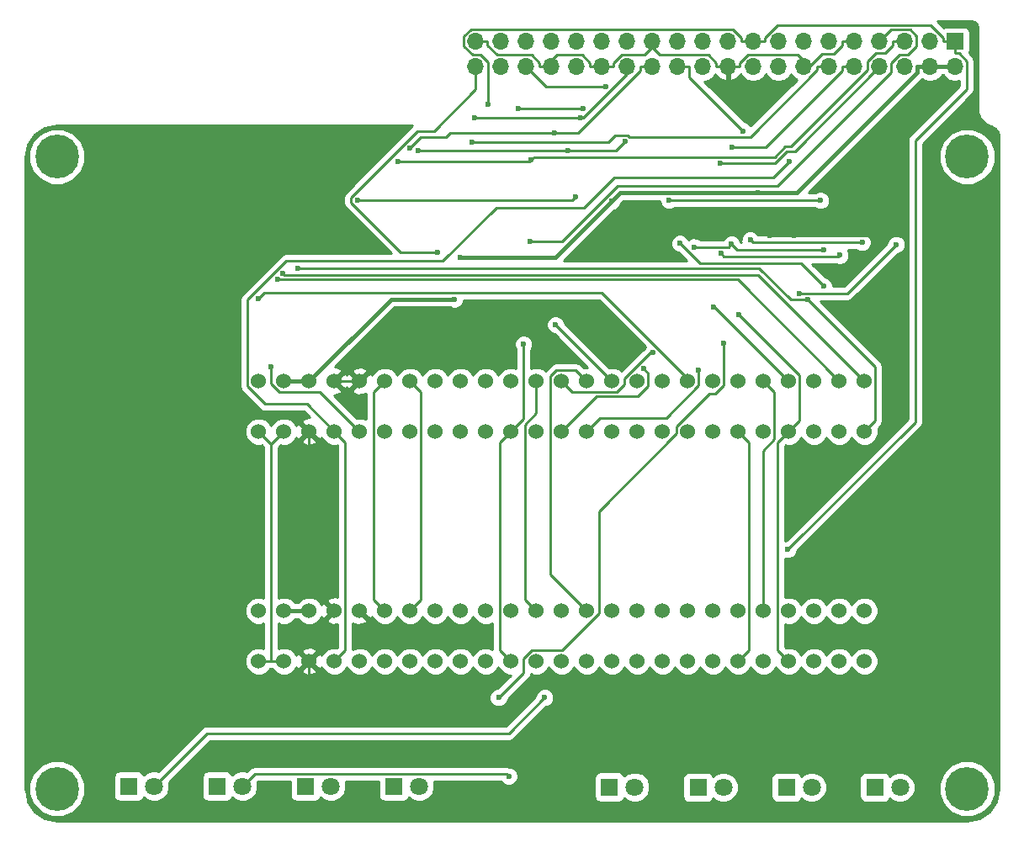
<source format=gbr>
G04 #@! TF.FileFunction,Copper,L1,Top,Signal*
%FSLAX46Y46*%
G04 Gerber Fmt 4.6, Leading zero omitted, Abs format (unit mm)*
G04 Created by KiCad (PCBNEW 4.0.7) date 11/25/18 08:17:31*
%MOMM*%
%LPD*%
G01*
G04 APERTURE LIST*
%ADD10C,0.100000*%
%ADD11C,4.400000*%
%ADD12R,1.700000X1.700000*%
%ADD13O,1.700000X1.700000*%
%ADD14R,1.800000X1.800000*%
%ADD15C,1.800000*%
%ADD16C,1.524000*%
%ADD17C,0.600000*%
%ADD18C,0.250000*%
%ADD19C,0.400000*%
%ADD20C,0.254000*%
G04 APERTURE END LIST*
D10*
D11*
X206756000Y-130937000D03*
X206756000Y-67310000D03*
X115180000Y-67310000D03*
X115189000Y-130937000D03*
D12*
X205572000Y-55727600D03*
D13*
X205572000Y-58267600D03*
X203032000Y-55727600D03*
X203032000Y-58267600D03*
X200492000Y-55727600D03*
X200492000Y-58267600D03*
X197952000Y-55727600D03*
X197952000Y-58267600D03*
X195412000Y-55727600D03*
X195412000Y-58267600D03*
X192872000Y-55727600D03*
X192872000Y-58267600D03*
X190332000Y-55727600D03*
X190332000Y-58267600D03*
X187792000Y-55727600D03*
X187792000Y-58267600D03*
X185252000Y-55727600D03*
X185252000Y-58267600D03*
X182712000Y-55727600D03*
X182712000Y-58267600D03*
X180172000Y-55727600D03*
X180172000Y-58267600D03*
X177632000Y-55727600D03*
X177632000Y-58267600D03*
X175092000Y-55727600D03*
X175092000Y-58267600D03*
X172552000Y-55727600D03*
X172552000Y-58267600D03*
X170012000Y-55727600D03*
X170012000Y-58267600D03*
X167472000Y-55727600D03*
X167472000Y-58267600D03*
X164932000Y-55727600D03*
X164932000Y-58267600D03*
X162392000Y-55727600D03*
X162392000Y-58267600D03*
X159852000Y-55727600D03*
X159852000Y-58267600D03*
X157312000Y-55727600D03*
X157312000Y-58267600D03*
D14*
X131318000Y-130683000D03*
D15*
X133858000Y-130683000D03*
D14*
X140208000Y-130683000D03*
D15*
X142748000Y-130683000D03*
D14*
X122428000Y-130683000D03*
D15*
X124968000Y-130683000D03*
D14*
X149098000Y-130683000D03*
D15*
X151638000Y-130683000D03*
D14*
X170779000Y-130776000D03*
D15*
X173319000Y-130776000D03*
D16*
X196433000Y-89916000D03*
X196433000Y-94996000D03*
X193893000Y-89916000D03*
X193893000Y-94996000D03*
X191353000Y-89916000D03*
X191353000Y-94996000D03*
X188813000Y-89916000D03*
X188813000Y-94996000D03*
X186273000Y-89916000D03*
X186273000Y-94996000D03*
X183733000Y-89916000D03*
X183733000Y-94996000D03*
X181193000Y-89916000D03*
X181193000Y-94996000D03*
X178653000Y-89916000D03*
X178653000Y-94996000D03*
X176113000Y-89916000D03*
X176113000Y-94996000D03*
X173573000Y-89916000D03*
X173573000Y-94996000D03*
X171033000Y-89916000D03*
X171033000Y-94996000D03*
X168493000Y-89916000D03*
X168493000Y-94996000D03*
X165953000Y-89916000D03*
X165953000Y-94996000D03*
X163413000Y-89916000D03*
X163413000Y-94996000D03*
X160873000Y-89916000D03*
X160873000Y-94996000D03*
X158333000Y-89916000D03*
X158333000Y-94996000D03*
X155793000Y-89916000D03*
X155793000Y-94996000D03*
X153253000Y-89916000D03*
X153253000Y-94996000D03*
X150713000Y-89916000D03*
X150713000Y-94996000D03*
X148173000Y-89916000D03*
X148173000Y-94996000D03*
X145633000Y-89916000D03*
X145633000Y-94996000D03*
X143093000Y-89916000D03*
X143093000Y-94996000D03*
X140553000Y-89916000D03*
X140553000Y-94996000D03*
X138013000Y-89916000D03*
X138013000Y-94996000D03*
X135473000Y-89916000D03*
X135473000Y-94996000D03*
X196433000Y-113030000D03*
X196433000Y-118110000D03*
X193893000Y-113030000D03*
X193893000Y-118110000D03*
X191353000Y-113030000D03*
X191353000Y-118110000D03*
X188813000Y-113030000D03*
X188813000Y-118110000D03*
X186273000Y-113030000D03*
X186273000Y-118110000D03*
X183733000Y-113030000D03*
X183733000Y-118110000D03*
X181193000Y-113030000D03*
X181193000Y-118110000D03*
X178653000Y-113030000D03*
X178653000Y-118110000D03*
X176113000Y-113030000D03*
X176113000Y-118110000D03*
X173573000Y-113030000D03*
X173573000Y-118110000D03*
X171033000Y-113030000D03*
X171033000Y-118110000D03*
X168493000Y-113030000D03*
X168493000Y-118110000D03*
X165953000Y-113030000D03*
X165953000Y-118110000D03*
X163413000Y-113030000D03*
X163413000Y-118110000D03*
X160873000Y-113030000D03*
X160873000Y-118110000D03*
X158333000Y-113030000D03*
X158333000Y-118110000D03*
X155793000Y-113030000D03*
X155793000Y-118110000D03*
X153253000Y-113030000D03*
X153253000Y-118110000D03*
X150713000Y-113030000D03*
X150713000Y-118110000D03*
X148173000Y-113030000D03*
X148173000Y-118110000D03*
X145633000Y-113030000D03*
X145633000Y-118110000D03*
X143093000Y-113030000D03*
X143093000Y-118110000D03*
X140553000Y-113030000D03*
X140553000Y-118110000D03*
X138013000Y-113030000D03*
X138013000Y-118110000D03*
X135473000Y-113030000D03*
X135473000Y-118110000D03*
D14*
X179696000Y-130806000D03*
D15*
X182236000Y-130806000D03*
D14*
X188595000Y-130810000D03*
D15*
X191135000Y-130810000D03*
D14*
X197485000Y-130810000D03*
D15*
X200025000Y-130810000D03*
D17*
X189375200Y-75227200D03*
X138054000Y-122761200D03*
X186910300Y-75227200D03*
X200591900Y-74626600D03*
X170986800Y-71817900D03*
X155800200Y-77457500D03*
X185701800Y-70950600D03*
X155194000Y-81658600D03*
X162883300Y-67663900D03*
X149480600Y-67816500D03*
X162814000Y-75884100D03*
X145469100Y-71731500D03*
X167402100Y-71360500D03*
X165221600Y-64944000D03*
X150662800Y-66466100D03*
X166624000Y-66696300D03*
X151560400Y-66696300D03*
X172349900Y-65820900D03*
X167882700Y-63419800D03*
X157201200Y-63419800D03*
X161627500Y-62475600D03*
X168116900Y-62475600D03*
X137942100Y-79078700D03*
X190757300Y-81719900D03*
X139435700Y-78528000D03*
X137427400Y-79704000D03*
X183778700Y-83190500D03*
X189865600Y-81094600D03*
X199644000Y-76165200D03*
X135429100Y-81591800D03*
X165354000Y-84237000D03*
X179740400Y-88843600D03*
X175157800Y-87019100D03*
X174207900Y-88646900D03*
X162143000Y-86181100D03*
X136743100Y-88443700D03*
X158552200Y-62082700D03*
X188722000Y-106878700D03*
X196207700Y-75956500D03*
X184941900Y-75693800D03*
X184225400Y-64724500D03*
X179337000Y-76411700D03*
X183060900Y-76117800D03*
X192346300Y-76724000D03*
X192346300Y-80368300D03*
X177872700Y-76057300D03*
X183098100Y-66399400D03*
X192024000Y-71734400D03*
X176784000Y-71734400D03*
X193977300Y-77253000D03*
X182018400Y-77060600D03*
X181925600Y-67987500D03*
X160655000Y-129683500D03*
X164269200Y-121777200D03*
X156936500Y-65883200D03*
X188838500Y-67823900D03*
X181219400Y-82454300D03*
X170392400Y-60292200D03*
X159624600Y-121779600D03*
X182303700Y-86135200D03*
X153480800Y-76966800D03*
D18*
X157312000Y-55727600D02*
X158487300Y-55727600D01*
X163756700Y-57900200D02*
X163756700Y-58267600D01*
X162948800Y-57092300D02*
X163756700Y-57900200D01*
X159484600Y-57092300D02*
X162948800Y-57092300D01*
X158487300Y-56095000D02*
X159484600Y-57092300D01*
X158487300Y-55727600D02*
X158487300Y-56095000D01*
X190332000Y-58267600D02*
X190919700Y-58267600D01*
X182712000Y-58267600D02*
X183887300Y-58267600D01*
X182712000Y-58267600D02*
X181536700Y-58267600D01*
X183887300Y-57900200D02*
X183887300Y-58267600D01*
X184695200Y-57092300D02*
X183887300Y-57900200D01*
X189744400Y-57092300D02*
X184695200Y-57092300D01*
X190919700Y-58267600D02*
X189744400Y-57092300D01*
X195412000Y-55727600D02*
X194236700Y-55727600D01*
X192189700Y-56997600D02*
X190919700Y-58267600D01*
X193334000Y-56997600D02*
X192189700Y-56997600D01*
X194236700Y-56094900D02*
X193334000Y-56997600D01*
X194236700Y-55727600D02*
X194236700Y-56094900D01*
X170012000Y-58267600D02*
X171187300Y-58267600D01*
X171187300Y-57900200D02*
X171187300Y-58267600D01*
X171995200Y-57092300D02*
X171187300Y-57900200D01*
X174314900Y-57092300D02*
X171995200Y-57092300D01*
X175092000Y-56315200D02*
X174314900Y-57092300D01*
X175092000Y-55727600D02*
X175092000Y-56315200D01*
X181536700Y-57900200D02*
X181536700Y-58267600D01*
X180728800Y-57092300D02*
X181536700Y-57900200D01*
X175869100Y-57092300D02*
X180728800Y-57092300D01*
X175092000Y-56315200D02*
X175869100Y-57092300D01*
X164932000Y-58267600D02*
X164344400Y-58267600D01*
X164344400Y-58267600D02*
X163756700Y-58267600D01*
X168836700Y-57900200D02*
X168836700Y-58267600D01*
X168028800Y-57092300D02*
X168836700Y-57900200D01*
X165519700Y-57092300D02*
X168028800Y-57092300D01*
X164344400Y-58267600D02*
X165519700Y-57092300D01*
X170012000Y-58267600D02*
X168836700Y-58267600D01*
X140553000Y-110490000D02*
X140553000Y-94996000D01*
X143093000Y-113030000D02*
X140553000Y-110490000D01*
X143093000Y-89916000D02*
X145633000Y-89916000D01*
X140553000Y-120262200D02*
X138054000Y-122761200D01*
X140553000Y-118110000D02*
X140553000Y-120262200D01*
X186910300Y-75227200D02*
X189375200Y-75227200D01*
X199991300Y-75227200D02*
X200591900Y-74626600D01*
X189375200Y-75227200D02*
X199991300Y-75227200D01*
D19*
X138013000Y-113030000D02*
X140553000Y-113030000D01*
X205572000Y-58267600D02*
X204321700Y-58267600D01*
X203032000Y-58267600D02*
X204321700Y-58267600D01*
X189645700Y-70950600D02*
X185701800Y-70950600D01*
X201781700Y-58814600D02*
X189645700Y-70950600D01*
X201781700Y-58267600D02*
X201781700Y-58814600D01*
X203032000Y-58267600D02*
X201781700Y-58267600D01*
X138013000Y-89916000D02*
X140553000Y-89916000D01*
X148810400Y-81658600D02*
X155194000Y-81658600D01*
X140553000Y-89916000D02*
X148810400Y-81658600D01*
X165347200Y-77457500D02*
X170986800Y-71817900D01*
X155800200Y-77457500D02*
X165347200Y-77457500D01*
X171854100Y-70950600D02*
X185701800Y-70950600D01*
X170986800Y-71817900D02*
X171854100Y-70950600D01*
D18*
X200492000Y-55727600D02*
X199316700Y-55727600D01*
X163185000Y-67362200D02*
X162883300Y-67663900D01*
X187408700Y-67362200D02*
X163185000Y-67362200D01*
X188452900Y-66318000D02*
X187408700Y-67362200D01*
X189078100Y-66318000D02*
X188452900Y-66318000D01*
X196776600Y-58619500D02*
X189078100Y-66318000D01*
X196776600Y-57700100D02*
X196776600Y-58619500D01*
X197573800Y-56902900D02*
X196776600Y-57700100D01*
X198508800Y-56902900D02*
X197573800Y-56902900D01*
X199316700Y-56095000D02*
X198508800Y-56902900D01*
X199316700Y-55727600D02*
X199316700Y-56095000D01*
X162730700Y-67816500D02*
X162883300Y-67663900D01*
X149480600Y-67816500D02*
X162730700Y-67816500D01*
X199130300Y-54549300D02*
X197952000Y-55727600D01*
X201031500Y-54549300D02*
X199130300Y-54549300D01*
X201667400Y-55185200D02*
X201031500Y-54549300D01*
X201667400Y-56245200D02*
X201667400Y-55185200D01*
X200820400Y-57092200D02*
X201667400Y-56245200D01*
X199973300Y-57092200D02*
X200820400Y-57092200D01*
X199127400Y-57938100D02*
X199973300Y-57092200D01*
X199127400Y-58839700D02*
X199127400Y-57938100D01*
X187659600Y-70307500D02*
X199127400Y-58839700D01*
X171612600Y-70307500D02*
X187659600Y-70307500D01*
X166036000Y-75884100D02*
X171612600Y-70307500D01*
X162814000Y-75884100D02*
X166036000Y-75884100D01*
X167031100Y-71731500D02*
X167402100Y-71360500D01*
X145469100Y-71731500D02*
X167031100Y-71731500D01*
X175092000Y-58267600D02*
X173916700Y-58267600D01*
X173916700Y-58634900D02*
X173916700Y-58267600D01*
X167607600Y-64944000D02*
X173916700Y-58634900D01*
X165221600Y-64944000D02*
X167607600Y-64944000D01*
X151784700Y-65344200D02*
X150662800Y-66466100D01*
X154363100Y-65344200D02*
X151784700Y-65344200D01*
X154763300Y-64944000D02*
X154363100Y-65344200D01*
X165221600Y-64944000D02*
X154763300Y-64944000D01*
X151560400Y-66696300D02*
X166624000Y-66696300D01*
X171474500Y-66696300D02*
X172349900Y-65820900D01*
X166624000Y-66696300D02*
X171474500Y-66696300D01*
X167882700Y-63419800D02*
X157201200Y-63419800D01*
X172552000Y-59017000D02*
X172552000Y-58267600D01*
X168149200Y-63419800D02*
X172552000Y-59017000D01*
X167882700Y-63419800D02*
X168149200Y-63419800D01*
X161627500Y-62475600D02*
X168116900Y-62475600D01*
X185732200Y-79215200D02*
X196433000Y-89916000D01*
X138078600Y-79215200D02*
X185732200Y-79215200D01*
X137942100Y-79078700D02*
X138078600Y-79215200D01*
X189010000Y-81719900D02*
X190757300Y-81719900D01*
X185818100Y-78528000D02*
X189010000Y-81719900D01*
X139435700Y-78528000D02*
X185818100Y-78528000D01*
X197524500Y-93904500D02*
X196433000Y-94996000D01*
X197524500Y-88487100D02*
X197524500Y-93904500D01*
X190757300Y-81719900D02*
X197524500Y-88487100D01*
X183681000Y-79704000D02*
X193893000Y-89916000D01*
X137427400Y-79704000D02*
X183681000Y-79704000D01*
X189924200Y-89336000D02*
X183778700Y-83190500D01*
X189924200Y-93884800D02*
X189924200Y-89336000D01*
X188813000Y-94996000D02*
X189924200Y-93884800D01*
X187723500Y-96085500D02*
X188813000Y-94996000D01*
X187723500Y-117020500D02*
X187723500Y-96085500D01*
X188813000Y-118110000D02*
X187723500Y-117020500D01*
X187384200Y-91027200D02*
X186273000Y-89916000D01*
X187384200Y-95787900D02*
X187384200Y-91027200D01*
X186273000Y-96899100D02*
X187384200Y-95787900D01*
X186273000Y-113030000D02*
X186273000Y-96899100D01*
X184824700Y-117018300D02*
X183733000Y-118110000D01*
X184824700Y-96087700D02*
X184824700Y-117018300D01*
X183733000Y-94996000D02*
X184824700Y-96087700D01*
X194714600Y-81094600D02*
X199644000Y-76165200D01*
X189865600Y-81094600D02*
X194714600Y-81094600D01*
X178653000Y-89625100D02*
X178653000Y-89916000D01*
X170034800Y-81006900D02*
X178653000Y-89625100D01*
X136014000Y-81006900D02*
X170034800Y-81006900D01*
X135429100Y-81591800D02*
X136014000Y-81006900D01*
X171033000Y-89916000D02*
X165354000Y-84237000D01*
X167402500Y-88825500D02*
X168493000Y-89916000D01*
X165450300Y-88825500D02*
X167402500Y-88825500D01*
X164842300Y-89433500D02*
X165450300Y-88825500D01*
X164842300Y-109379300D02*
X164842300Y-89433500D01*
X168493000Y-113030000D02*
X164842300Y-109379300D01*
X179740400Y-90371400D02*
X179740400Y-88843600D01*
X176488600Y-93623200D02*
X179740400Y-90371400D01*
X169865800Y-93623200D02*
X176488600Y-93623200D01*
X168493000Y-94996000D02*
X169865800Y-93623200D01*
X174915700Y-87019100D02*
X175157800Y-87019100D01*
X172303000Y-89631800D02*
X174915700Y-87019100D01*
X172303000Y-90248100D02*
X172303000Y-89631800D01*
X171533100Y-91018000D02*
X172303000Y-90248100D01*
X167055000Y-91018000D02*
X171533100Y-91018000D01*
X165953000Y-89916000D02*
X167055000Y-91018000D01*
X174683700Y-89122700D02*
X174207900Y-88646900D01*
X174683700Y-90393900D02*
X174683700Y-89122700D01*
X173609200Y-91468400D02*
X174683700Y-90393900D01*
X169480600Y-91468400D02*
X173609200Y-91468400D01*
X165953000Y-94996000D02*
X169480600Y-91468400D01*
X163413000Y-93168200D02*
X163413000Y-89916000D01*
X162295800Y-94285400D02*
X163413000Y-93168200D01*
X162295800Y-111912800D02*
X162295800Y-94285400D01*
X163413000Y-113030000D02*
X162295800Y-111912800D01*
X162143000Y-93726000D02*
X162143000Y-86181100D01*
X160873000Y-94996000D02*
X162143000Y-93726000D01*
X159783500Y-96085500D02*
X160873000Y-94996000D01*
X159783500Y-117020500D02*
X159783500Y-96085500D01*
X160873000Y-118110000D02*
X159783500Y-117020500D01*
X151824200Y-91027200D02*
X150713000Y-89916000D01*
X151824200Y-111918800D02*
X151824200Y-91027200D01*
X150713000Y-113030000D02*
X151824200Y-111918800D01*
X147061700Y-91027300D02*
X148173000Y-89916000D01*
X147061700Y-111918700D02*
X147061700Y-91027300D01*
X148173000Y-113030000D02*
X147061700Y-111918700D01*
X136743100Y-90189800D02*
X136743100Y-88443700D01*
X137556700Y-91003400D02*
X136743100Y-90189800D01*
X141640400Y-91003400D02*
X137556700Y-91003400D01*
X145633000Y-94996000D02*
X141640400Y-91003400D01*
X135473000Y-118110000D02*
X136743000Y-118110000D01*
X136743000Y-118110000D02*
X138013000Y-118110000D01*
X135473000Y-94996000D02*
X136743000Y-96266000D01*
X136743000Y-118110000D02*
X136743000Y-96266000D01*
X136743000Y-96266000D02*
X138013000Y-94996000D01*
X185252000Y-55727600D02*
X184076700Y-55727600D01*
X185252000Y-55727600D02*
X186427300Y-55727600D01*
X158552200Y-57806400D02*
X158552200Y-62082700D01*
X157838000Y-57092200D02*
X158552200Y-57806400D01*
X157002300Y-57092200D02*
X157838000Y-57092200D01*
X156136600Y-56226500D02*
X157002300Y-57092200D01*
X156136600Y-55209700D02*
X156136600Y-56226500D01*
X156850100Y-54496200D02*
X156136600Y-55209700D01*
X183212600Y-54496200D02*
X156850100Y-54496200D01*
X184076700Y-55360300D02*
X183212600Y-54496200D01*
X184076700Y-55727600D02*
X184076700Y-55360300D01*
X204396700Y-55360300D02*
X204396700Y-55727600D01*
X203128500Y-54092100D02*
X204396700Y-55360300D01*
X187695500Y-54092100D02*
X203128500Y-54092100D01*
X186427300Y-55360300D02*
X187695500Y-54092100D01*
X186427300Y-55727600D02*
X186427300Y-55360300D01*
X205572000Y-55727600D02*
X204396700Y-55727600D01*
X205939400Y-56902900D02*
X205572000Y-56902900D01*
X206747300Y-57710800D02*
X205939400Y-56902900D01*
X206747300Y-60529200D02*
X206747300Y-57710800D01*
X201539700Y-65736800D02*
X206747300Y-60529200D01*
X201539700Y-94061000D02*
X201539700Y-65736800D01*
X188722000Y-106878700D02*
X201539700Y-94061000D01*
X205572000Y-55727600D02*
X205572000Y-56902900D01*
X185204600Y-75956500D02*
X184941900Y-75693800D01*
X196207700Y-75956500D02*
X185204600Y-75956500D01*
X178807300Y-59306400D02*
X178807300Y-58267600D01*
X184225400Y-64724500D02*
X178807300Y-59306400D01*
X177632000Y-58267600D02*
X178807300Y-58267600D01*
X182767000Y-76411700D02*
X183060900Y-76117800D01*
X179337000Y-76411700D02*
X182767000Y-76411700D01*
X183667100Y-76724000D02*
X183060900Y-76117800D01*
X192346300Y-76724000D02*
X183667100Y-76724000D01*
X190055600Y-78077600D02*
X192346300Y-80368300D01*
X179893000Y-78077600D02*
X190055600Y-78077600D01*
X177872700Y-76057300D02*
X179893000Y-78077600D01*
X186472200Y-66399400D02*
X183098100Y-66399400D01*
X194236700Y-58634900D02*
X186472200Y-66399400D01*
X194236700Y-58267600D02*
X194236700Y-58634900D01*
X195412000Y-58267600D02*
X194236700Y-58267600D01*
X176784000Y-71734400D02*
X192024000Y-71734400D01*
X193881000Y-77349300D02*
X193977300Y-77253000D01*
X182307100Y-77349300D02*
X193881000Y-77349300D01*
X182018400Y-77060600D02*
X182307100Y-77349300D01*
X181925600Y-67987400D02*
X181925600Y-67987500D01*
X187420500Y-67987400D02*
X181925600Y-67987400D01*
X188639600Y-66768300D02*
X187420500Y-67987400D01*
X189451300Y-66768300D02*
X188639600Y-66768300D01*
X197952000Y-58267600D02*
X189451300Y-66768300D01*
X160429100Y-129457600D02*
X160655000Y-129683500D01*
X135083400Y-129457600D02*
X160429100Y-129457600D01*
X133858000Y-130683000D02*
X135083400Y-129457600D01*
X160692900Y-125353500D02*
X164269200Y-121777200D01*
X130297500Y-125353500D02*
X160692900Y-125353500D01*
X124968000Y-130683000D02*
X130297500Y-125353500D01*
X192872000Y-58267600D02*
X191696700Y-58267600D01*
X170682700Y-65883200D02*
X156936500Y-65883200D01*
X171370300Y-65195600D02*
X170682700Y-65883200D01*
X172609000Y-65195600D02*
X171370300Y-65195600D01*
X172763200Y-65349800D02*
X172609000Y-65195600D01*
X184945000Y-65349800D02*
X172763200Y-65349800D01*
X191696700Y-58598100D02*
X184945000Y-65349800D01*
X191696700Y-58267600D02*
X191696700Y-58598100D01*
X144182400Y-96085400D02*
X143093000Y-94996000D01*
X144182400Y-117020600D02*
X144182400Y-96085400D01*
X143093000Y-118110000D02*
X144182400Y-117020600D01*
X187268100Y-69394300D02*
X188838500Y-67823900D01*
X171252100Y-69394300D02*
X187268100Y-69394300D01*
X168184700Y-72461700D02*
X171252100Y-69394300D01*
X159391100Y-72461700D02*
X168184700Y-72461700D01*
X154011900Y-77840900D02*
X159391100Y-72461700D01*
X138247300Y-77840900D02*
X154011900Y-77840900D01*
X134367900Y-81720300D02*
X138247300Y-77840900D01*
X134367900Y-90438800D02*
X134367900Y-81720300D01*
X136151700Y-92222600D02*
X134367900Y-90438800D01*
X140319600Y-92222600D02*
X136151700Y-92222600D01*
X143093000Y-94996000D02*
X140319600Y-92222600D01*
X181351300Y-82454300D02*
X181219400Y-82454300D01*
X188813000Y-89916000D02*
X181351300Y-82454300D01*
X164416600Y-60292200D02*
X170392400Y-60292200D01*
X162392000Y-58267600D02*
X164416600Y-60292200D01*
X182303700Y-90350900D02*
X182303700Y-86135200D01*
X181447400Y-91207200D02*
X182303700Y-90350900D01*
X180828700Y-91207200D02*
X181447400Y-91207200D01*
X177561600Y-94474300D02*
X180828700Y-91207200D01*
X177561600Y-95201800D02*
X177561600Y-94474300D01*
X169763000Y-103000400D02*
X177561600Y-95201800D01*
X169763000Y-113306900D02*
X169763000Y-103000400D01*
X166047300Y-117022600D02*
X169763000Y-113306900D01*
X162938700Y-117022600D02*
X166047300Y-117022600D01*
X162143000Y-117818300D02*
X162938700Y-117022600D01*
X162143000Y-119261200D02*
X162143000Y-117818300D01*
X159624600Y-121779600D02*
X162143000Y-119261200D01*
X157312000Y-58267600D02*
X157312000Y-59442900D01*
X149769800Y-76966800D02*
X153480800Y-76966800D01*
X144772800Y-71969800D02*
X149769800Y-76966800D01*
X144772800Y-71450200D02*
X144772800Y-71969800D01*
X151471400Y-64751600D02*
X144772800Y-71450200D01*
X153107500Y-64751600D02*
X151471400Y-64751600D01*
X157312000Y-60547100D02*
X153107500Y-64751600D01*
X157312000Y-59442900D02*
X157312000Y-60547100D01*
D20*
G36*
X207472979Y-53724478D02*
X207650145Y-53842856D01*
X207768521Y-54020019D01*
X207824000Y-54298931D01*
X207824000Y-62484000D01*
X207834878Y-62538686D01*
X207832402Y-62575574D01*
X207870348Y-62867322D01*
X207907198Y-62976437D01*
X207936660Y-63087782D01*
X208132236Y-63487513D01*
X208132237Y-63487515D01*
X208300194Y-63707822D01*
X208633854Y-64002282D01*
X208784706Y-64090005D01*
X208873333Y-64141544D01*
X209219545Y-64260275D01*
X209605182Y-64497778D01*
X209836762Y-64818019D01*
X209932201Y-65198683D01*
X209933174Y-130994080D01*
X209684350Y-132245001D01*
X209015371Y-133246202D01*
X208013905Y-133915360D01*
X206772838Y-134163350D01*
X115209100Y-134163350D01*
X113958174Y-133914525D01*
X112956973Y-133245546D01*
X112287815Y-132244080D01*
X112138822Y-131498442D01*
X112353509Y-131498442D01*
X112784202Y-132540801D01*
X113581005Y-133338995D01*
X114622610Y-133771507D01*
X115750442Y-133772491D01*
X116792801Y-133341798D01*
X117590995Y-132544995D01*
X118023507Y-131503390D01*
X118024491Y-130375558D01*
X117779652Y-129783000D01*
X120880560Y-129783000D01*
X120880560Y-131583000D01*
X120924838Y-131818317D01*
X121063910Y-132034441D01*
X121276110Y-132179431D01*
X121528000Y-132230440D01*
X123328000Y-132230440D01*
X123563317Y-132186162D01*
X123779441Y-132047090D01*
X123924431Y-131834890D01*
X123928567Y-131814466D01*
X124097357Y-131983551D01*
X124661330Y-132217733D01*
X125271991Y-132218265D01*
X125836371Y-131985068D01*
X126268551Y-131553643D01*
X126502733Y-130989670D01*
X126503265Y-130379009D01*
X126457515Y-130268287D01*
X126942802Y-129783000D01*
X129770560Y-129783000D01*
X129770560Y-131583000D01*
X129814838Y-131818317D01*
X129953910Y-132034441D01*
X130166110Y-132179431D01*
X130418000Y-132230440D01*
X132218000Y-132230440D01*
X132453317Y-132186162D01*
X132669441Y-132047090D01*
X132814431Y-131834890D01*
X132818567Y-131814466D01*
X132987357Y-131983551D01*
X133551330Y-132217733D01*
X134161991Y-132218265D01*
X134726371Y-131985068D01*
X135158551Y-131553643D01*
X135392733Y-130989670D01*
X135393265Y-130379009D01*
X135347515Y-130268287D01*
X135398202Y-130217600D01*
X138660560Y-130217600D01*
X138660560Y-131583000D01*
X138704838Y-131818317D01*
X138843910Y-132034441D01*
X139056110Y-132179431D01*
X139308000Y-132230440D01*
X141108000Y-132230440D01*
X141343317Y-132186162D01*
X141559441Y-132047090D01*
X141704431Y-131834890D01*
X141708567Y-131814466D01*
X141877357Y-131983551D01*
X142441330Y-132217733D01*
X143051991Y-132218265D01*
X143616371Y-131985068D01*
X144048551Y-131553643D01*
X144282733Y-130989670D01*
X144283265Y-130379009D01*
X144216572Y-130217600D01*
X147550560Y-130217600D01*
X147550560Y-131583000D01*
X147594838Y-131818317D01*
X147733910Y-132034441D01*
X147946110Y-132179431D01*
X148198000Y-132230440D01*
X149998000Y-132230440D01*
X150233317Y-132186162D01*
X150449441Y-132047090D01*
X150594431Y-131834890D01*
X150598567Y-131814466D01*
X150767357Y-131983551D01*
X151331330Y-132217733D01*
X151941991Y-132218265D01*
X152506371Y-131985068D01*
X152938551Y-131553643D01*
X153172733Y-130989670D01*
X153173265Y-130379009D01*
X153106572Y-130217600D01*
X159867031Y-130217600D01*
X160124673Y-130475692D01*
X160468201Y-130618338D01*
X160840167Y-130618662D01*
X161183943Y-130476617D01*
X161447192Y-130213827D01*
X161587470Y-129876000D01*
X169231560Y-129876000D01*
X169231560Y-131676000D01*
X169275838Y-131911317D01*
X169414910Y-132127441D01*
X169627110Y-132272431D01*
X169879000Y-132323440D01*
X171679000Y-132323440D01*
X171914317Y-132279162D01*
X172130441Y-132140090D01*
X172275431Y-131927890D01*
X172279567Y-131907466D01*
X172448357Y-132076551D01*
X173012330Y-132310733D01*
X173622991Y-132311265D01*
X174187371Y-132078068D01*
X174619551Y-131646643D01*
X174853733Y-131082670D01*
X174854265Y-130472009D01*
X174621068Y-129907629D01*
X174619442Y-129906000D01*
X178148560Y-129906000D01*
X178148560Y-131706000D01*
X178192838Y-131941317D01*
X178331910Y-132157441D01*
X178544110Y-132302431D01*
X178796000Y-132353440D01*
X180596000Y-132353440D01*
X180831317Y-132309162D01*
X181047441Y-132170090D01*
X181192431Y-131957890D01*
X181196567Y-131937466D01*
X181365357Y-132106551D01*
X181929330Y-132340733D01*
X182539991Y-132341265D01*
X183104371Y-132108068D01*
X183536551Y-131676643D01*
X183770733Y-131112670D01*
X183771265Y-130502009D01*
X183538068Y-129937629D01*
X183510488Y-129910000D01*
X187047560Y-129910000D01*
X187047560Y-131710000D01*
X187091838Y-131945317D01*
X187230910Y-132161441D01*
X187443110Y-132306431D01*
X187695000Y-132357440D01*
X189495000Y-132357440D01*
X189730317Y-132313162D01*
X189946441Y-132174090D01*
X190091431Y-131961890D01*
X190095567Y-131941466D01*
X190264357Y-132110551D01*
X190828330Y-132344733D01*
X191438991Y-132345265D01*
X192003371Y-132112068D01*
X192435551Y-131680643D01*
X192669733Y-131116670D01*
X192670265Y-130506009D01*
X192437068Y-129941629D01*
X192405495Y-129910000D01*
X195937560Y-129910000D01*
X195937560Y-131710000D01*
X195981838Y-131945317D01*
X196120910Y-132161441D01*
X196333110Y-132306431D01*
X196585000Y-132357440D01*
X198385000Y-132357440D01*
X198620317Y-132313162D01*
X198836441Y-132174090D01*
X198981431Y-131961890D01*
X198985567Y-131941466D01*
X199154357Y-132110551D01*
X199718330Y-132344733D01*
X200328991Y-132345265D01*
X200893371Y-132112068D01*
X201325551Y-131680643D01*
X201401207Y-131498442D01*
X203920509Y-131498442D01*
X204351202Y-132540801D01*
X205148005Y-133338995D01*
X206189610Y-133771507D01*
X207317442Y-133772491D01*
X208359801Y-133341798D01*
X209157995Y-132544995D01*
X209590507Y-131503390D01*
X209591491Y-130375558D01*
X209160798Y-129333199D01*
X208363995Y-128535005D01*
X207322390Y-128102493D01*
X206194558Y-128101509D01*
X205152199Y-128532202D01*
X204354005Y-129329005D01*
X203921493Y-130370610D01*
X203920509Y-131498442D01*
X201401207Y-131498442D01*
X201559733Y-131116670D01*
X201560265Y-130506009D01*
X201327068Y-129941629D01*
X200895643Y-129509449D01*
X200331670Y-129275267D01*
X199721009Y-129274735D01*
X199156629Y-129507932D01*
X198988387Y-129675880D01*
X198988162Y-129674683D01*
X198849090Y-129458559D01*
X198636890Y-129313569D01*
X198385000Y-129262560D01*
X196585000Y-129262560D01*
X196349683Y-129306838D01*
X196133559Y-129445910D01*
X195988569Y-129658110D01*
X195937560Y-129910000D01*
X192405495Y-129910000D01*
X192005643Y-129509449D01*
X191441670Y-129275267D01*
X190831009Y-129274735D01*
X190266629Y-129507932D01*
X190098387Y-129675880D01*
X190098162Y-129674683D01*
X189959090Y-129458559D01*
X189746890Y-129313569D01*
X189495000Y-129262560D01*
X187695000Y-129262560D01*
X187459683Y-129306838D01*
X187243559Y-129445910D01*
X187098569Y-129658110D01*
X187047560Y-129910000D01*
X183510488Y-129910000D01*
X183106643Y-129505449D01*
X182542670Y-129271267D01*
X181932009Y-129270735D01*
X181367629Y-129503932D01*
X181199387Y-129671880D01*
X181199162Y-129670683D01*
X181060090Y-129454559D01*
X180847890Y-129309569D01*
X180596000Y-129258560D01*
X178796000Y-129258560D01*
X178560683Y-129302838D01*
X178344559Y-129441910D01*
X178199569Y-129654110D01*
X178148560Y-129906000D01*
X174619442Y-129906000D01*
X174189643Y-129475449D01*
X173625670Y-129241267D01*
X173015009Y-129240735D01*
X172450629Y-129473932D01*
X172282387Y-129641880D01*
X172282162Y-129640683D01*
X172143090Y-129424559D01*
X171930890Y-129279569D01*
X171679000Y-129228560D01*
X169879000Y-129228560D01*
X169643683Y-129272838D01*
X169427559Y-129411910D01*
X169282569Y-129624110D01*
X169231560Y-129876000D01*
X161587470Y-129876000D01*
X161589838Y-129870299D01*
X161590162Y-129498333D01*
X161448117Y-129154557D01*
X161185327Y-128891308D01*
X160841799Y-128748662D01*
X160685118Y-128748526D01*
X160429100Y-128697600D01*
X135083400Y-128697600D01*
X134792560Y-128755452D01*
X134545999Y-128920199D01*
X134272964Y-129193234D01*
X134164670Y-129148267D01*
X133554009Y-129147735D01*
X132989629Y-129380932D01*
X132821387Y-129548880D01*
X132821162Y-129547683D01*
X132682090Y-129331559D01*
X132469890Y-129186569D01*
X132218000Y-129135560D01*
X130418000Y-129135560D01*
X130182683Y-129179838D01*
X129966559Y-129318910D01*
X129821569Y-129531110D01*
X129770560Y-129783000D01*
X126942802Y-129783000D01*
X130612302Y-126113500D01*
X160692900Y-126113500D01*
X160983739Y-126055648D01*
X161230301Y-125890901D01*
X164408880Y-122712322D01*
X164454367Y-122712362D01*
X164798143Y-122570317D01*
X165061392Y-122307527D01*
X165204038Y-121963999D01*
X165204362Y-121592033D01*
X165062317Y-121248257D01*
X164799527Y-120985008D01*
X164455999Y-120842362D01*
X164084033Y-120842038D01*
X163740257Y-120984083D01*
X163477008Y-121246873D01*
X163334362Y-121590401D01*
X163334321Y-121637277D01*
X160378098Y-124593500D01*
X130297500Y-124593500D01*
X130006660Y-124651352D01*
X129760099Y-124816099D01*
X125382964Y-129193234D01*
X125274670Y-129148267D01*
X124664009Y-129147735D01*
X124099629Y-129380932D01*
X123931387Y-129548880D01*
X123931162Y-129547683D01*
X123792090Y-129331559D01*
X123579890Y-129186569D01*
X123328000Y-129135560D01*
X121528000Y-129135560D01*
X121292683Y-129179838D01*
X121076559Y-129318910D01*
X120931569Y-129531110D01*
X120880560Y-129783000D01*
X117779652Y-129783000D01*
X117593798Y-129333199D01*
X116796995Y-128535005D01*
X115755390Y-128102493D01*
X114627558Y-128101509D01*
X113585199Y-128532202D01*
X112787005Y-129329005D01*
X112354493Y-130370610D01*
X112353509Y-131498442D01*
X112138822Y-131498442D01*
X112039175Y-130999760D01*
X112039175Y-95272661D01*
X134075758Y-95272661D01*
X134287990Y-95786303D01*
X134680630Y-96179629D01*
X135193900Y-96392757D01*
X135749661Y-96393242D01*
X135782055Y-96379857D01*
X135983000Y-96580802D01*
X135983000Y-111729121D01*
X135752100Y-111633243D01*
X135196339Y-111632758D01*
X134682697Y-111844990D01*
X134289371Y-112237630D01*
X134076243Y-112750900D01*
X134075758Y-113306661D01*
X134287990Y-113820303D01*
X134680630Y-114213629D01*
X135193900Y-114426757D01*
X135749661Y-114427242D01*
X135983000Y-114330829D01*
X135983000Y-116809121D01*
X135752100Y-116713243D01*
X135196339Y-116712758D01*
X134682697Y-116924990D01*
X134289371Y-117317630D01*
X134076243Y-117830900D01*
X134075758Y-118386661D01*
X134287990Y-118900303D01*
X134680630Y-119293629D01*
X135193900Y-119506757D01*
X135749661Y-119507242D01*
X136263303Y-119295010D01*
X136656629Y-118902370D01*
X136670070Y-118870000D01*
X136815469Y-118870000D01*
X136827990Y-118900303D01*
X137220630Y-119293629D01*
X137733900Y-119506757D01*
X138289661Y-119507242D01*
X138803303Y-119295010D01*
X139008457Y-119090213D01*
X139752392Y-119090213D01*
X139821857Y-119332397D01*
X140345302Y-119519144D01*
X140900368Y-119491362D01*
X141284143Y-119332397D01*
X141353608Y-119090213D01*
X140553000Y-118289605D01*
X139752392Y-119090213D01*
X139008457Y-119090213D01*
X139196629Y-118902370D01*
X139276395Y-118710273D01*
X139330603Y-118841143D01*
X139572787Y-118910608D01*
X140373395Y-118110000D01*
X139572787Y-117309392D01*
X139330603Y-117378857D01*
X139280491Y-117519318D01*
X139198010Y-117319697D01*
X139008432Y-117129787D01*
X139752392Y-117129787D01*
X140553000Y-117930395D01*
X141353608Y-117129787D01*
X141284143Y-116887603D01*
X140760698Y-116700856D01*
X140205632Y-116728638D01*
X139821857Y-116887603D01*
X139752392Y-117129787D01*
X139008432Y-117129787D01*
X138805370Y-116926371D01*
X138292100Y-116713243D01*
X137736339Y-116712758D01*
X137503000Y-116809171D01*
X137503000Y-114330879D01*
X137733900Y-114426757D01*
X138289661Y-114427242D01*
X138803303Y-114215010D01*
X139153925Y-113865000D01*
X139412609Y-113865000D01*
X139760630Y-114213629D01*
X140273900Y-114426757D01*
X140829661Y-114427242D01*
X141343303Y-114215010D01*
X141736629Y-113822370D01*
X141816395Y-113630273D01*
X141870603Y-113761143D01*
X142112787Y-113830608D01*
X142913395Y-113030000D01*
X142112787Y-112229392D01*
X141870603Y-112298857D01*
X141820491Y-112439318D01*
X141738010Y-112239697D01*
X141345370Y-111846371D01*
X140832100Y-111633243D01*
X140276339Y-111632758D01*
X139762697Y-111844990D01*
X139412075Y-112195000D01*
X139153391Y-112195000D01*
X138805370Y-111846371D01*
X138292100Y-111633243D01*
X137736339Y-111632758D01*
X137503000Y-111729171D01*
X137503000Y-96580802D01*
X137703619Y-96380183D01*
X137733900Y-96392757D01*
X138289661Y-96393242D01*
X138803303Y-96181010D01*
X139008457Y-95976213D01*
X139752392Y-95976213D01*
X139821857Y-96218397D01*
X140345302Y-96405144D01*
X140900368Y-96377362D01*
X141284143Y-96218397D01*
X141353608Y-95976213D01*
X140553000Y-95175605D01*
X139752392Y-95976213D01*
X139008457Y-95976213D01*
X139196629Y-95788370D01*
X139276395Y-95596273D01*
X139330603Y-95727143D01*
X139572787Y-95796608D01*
X140373395Y-94996000D01*
X139572787Y-94195392D01*
X139330603Y-94264857D01*
X139280491Y-94405318D01*
X139198010Y-94205697D01*
X138805370Y-93812371D01*
X138292100Y-93599243D01*
X137736339Y-93598758D01*
X137222697Y-93810990D01*
X136829371Y-94203630D01*
X136743051Y-94411512D01*
X136658010Y-94205697D01*
X136265370Y-93812371D01*
X135752100Y-93599243D01*
X135196339Y-93598758D01*
X134682697Y-93810990D01*
X134289371Y-94203630D01*
X134076243Y-94716900D01*
X134075758Y-95272661D01*
X112039175Y-95272661D01*
X112039175Y-67871442D01*
X112344509Y-67871442D01*
X112775202Y-68913801D01*
X113572005Y-69711995D01*
X114613610Y-70144507D01*
X115741442Y-70145491D01*
X116783801Y-69714798D01*
X117581995Y-68917995D01*
X118014507Y-67876390D01*
X118015491Y-66748558D01*
X117584798Y-65706199D01*
X116787995Y-64908005D01*
X115746390Y-64475493D01*
X114618558Y-64474509D01*
X113576199Y-64905202D01*
X112778005Y-65702005D01*
X112345493Y-66743610D01*
X112344509Y-67871442D01*
X112039175Y-67871442D01*
X112039175Y-67379931D01*
X112287999Y-66129005D01*
X112956979Y-65127804D01*
X113958449Y-64458645D01*
X115202765Y-64210006D01*
X150940274Y-64210006D01*
X150933999Y-64214199D01*
X144235399Y-70912799D01*
X144070652Y-71159361D01*
X144012800Y-71450200D01*
X144012800Y-71969800D01*
X144070652Y-72260639D01*
X144235399Y-72507201D01*
X148809098Y-77080900D01*
X138247300Y-77080900D01*
X137956461Y-77138752D01*
X137709899Y-77303499D01*
X133830499Y-81182899D01*
X133665752Y-81429461D01*
X133607900Y-81720300D01*
X133607900Y-90438800D01*
X133665752Y-90729639D01*
X133830499Y-90976201D01*
X135614299Y-92760001D01*
X135860861Y-92924748D01*
X136151700Y-92982600D01*
X140004798Y-92982600D01*
X140616282Y-93594084D01*
X140205632Y-93614638D01*
X139821857Y-93773603D01*
X139752392Y-94015787D01*
X140553000Y-94816395D01*
X140567143Y-94802253D01*
X140746748Y-94981858D01*
X140732605Y-94996000D01*
X141533213Y-95796608D01*
X141775397Y-95727143D01*
X141825509Y-95586682D01*
X141907990Y-95786303D01*
X142300630Y-96179629D01*
X142813900Y-96392757D01*
X143369661Y-96393242D01*
X143402055Y-96379857D01*
X143422400Y-96400202D01*
X143422400Y-111664275D01*
X143300698Y-111620856D01*
X142745632Y-111648638D01*
X142361857Y-111807603D01*
X142292392Y-112049787D01*
X143093000Y-112850395D01*
X143107143Y-112836253D01*
X143286748Y-113015858D01*
X143272605Y-113030000D01*
X143286748Y-113044143D01*
X143107143Y-113223748D01*
X143093000Y-113209605D01*
X142292392Y-114010213D01*
X142361857Y-114252397D01*
X142885302Y-114439144D01*
X143422400Y-114412261D01*
X143422400Y-116705798D01*
X143402381Y-116725817D01*
X143372100Y-116713243D01*
X142816339Y-116712758D01*
X142302697Y-116924990D01*
X141909371Y-117317630D01*
X141829605Y-117509727D01*
X141775397Y-117378857D01*
X141533213Y-117309392D01*
X140732605Y-118110000D01*
X141533213Y-118910608D01*
X141775397Y-118841143D01*
X141825509Y-118700682D01*
X141907990Y-118900303D01*
X142300630Y-119293629D01*
X142813900Y-119506757D01*
X143369661Y-119507242D01*
X143883303Y-119295010D01*
X144276629Y-118902370D01*
X144362949Y-118694488D01*
X144447990Y-118900303D01*
X144840630Y-119293629D01*
X145353900Y-119506757D01*
X145909661Y-119507242D01*
X146423303Y-119295010D01*
X146816629Y-118902370D01*
X146902949Y-118694488D01*
X146987990Y-118900303D01*
X147380630Y-119293629D01*
X147893900Y-119506757D01*
X148449661Y-119507242D01*
X148963303Y-119295010D01*
X149356629Y-118902370D01*
X149442949Y-118694488D01*
X149527990Y-118900303D01*
X149920630Y-119293629D01*
X150433900Y-119506757D01*
X150989661Y-119507242D01*
X151503303Y-119295010D01*
X151896629Y-118902370D01*
X151982949Y-118694488D01*
X152067990Y-118900303D01*
X152460630Y-119293629D01*
X152973900Y-119506757D01*
X153529661Y-119507242D01*
X154043303Y-119295010D01*
X154436629Y-118902370D01*
X154522949Y-118694488D01*
X154607990Y-118900303D01*
X155000630Y-119293629D01*
X155513900Y-119506757D01*
X156069661Y-119507242D01*
X156583303Y-119295010D01*
X156976629Y-118902370D01*
X157062949Y-118694488D01*
X157147990Y-118900303D01*
X157540630Y-119293629D01*
X158053900Y-119506757D01*
X158609661Y-119507242D01*
X159123303Y-119295010D01*
X159516629Y-118902370D01*
X159602949Y-118694488D01*
X159687990Y-118900303D01*
X160080630Y-119293629D01*
X160593900Y-119506757D01*
X160822442Y-119506956D01*
X159484920Y-120844478D01*
X159439433Y-120844438D01*
X159095657Y-120986483D01*
X158832408Y-121249273D01*
X158689762Y-121592801D01*
X158689438Y-121964767D01*
X158831483Y-122308543D01*
X159094273Y-122571792D01*
X159437801Y-122714438D01*
X159809767Y-122714762D01*
X160153543Y-122572717D01*
X160416792Y-122309927D01*
X160559438Y-121966399D01*
X160559479Y-121919523D01*
X162680401Y-119798601D01*
X162845148Y-119552040D01*
X162854746Y-119503786D01*
X162875498Y-119399459D01*
X163133900Y-119506757D01*
X163689661Y-119507242D01*
X164203303Y-119295010D01*
X164596629Y-118902370D01*
X164682949Y-118694488D01*
X164767990Y-118900303D01*
X165160630Y-119293629D01*
X165673900Y-119506757D01*
X166229661Y-119507242D01*
X166743303Y-119295010D01*
X167136629Y-118902370D01*
X167222949Y-118694488D01*
X167307990Y-118900303D01*
X167700630Y-119293629D01*
X168213900Y-119506757D01*
X168769661Y-119507242D01*
X169283303Y-119295010D01*
X169676629Y-118902370D01*
X169762949Y-118694488D01*
X169847990Y-118900303D01*
X170240630Y-119293629D01*
X170753900Y-119506757D01*
X171309661Y-119507242D01*
X171823303Y-119295010D01*
X172216629Y-118902370D01*
X172302949Y-118694488D01*
X172387990Y-118900303D01*
X172780630Y-119293629D01*
X173293900Y-119506757D01*
X173849661Y-119507242D01*
X174363303Y-119295010D01*
X174756629Y-118902370D01*
X174842949Y-118694488D01*
X174927990Y-118900303D01*
X175320630Y-119293629D01*
X175833900Y-119506757D01*
X176389661Y-119507242D01*
X176903303Y-119295010D01*
X177296629Y-118902370D01*
X177382949Y-118694488D01*
X177467990Y-118900303D01*
X177860630Y-119293629D01*
X178373900Y-119506757D01*
X178929661Y-119507242D01*
X179443303Y-119295010D01*
X179836629Y-118902370D01*
X179922949Y-118694488D01*
X180007990Y-118900303D01*
X180400630Y-119293629D01*
X180913900Y-119506757D01*
X181469661Y-119507242D01*
X181983303Y-119295010D01*
X182376629Y-118902370D01*
X182462949Y-118694488D01*
X182547990Y-118900303D01*
X182940630Y-119293629D01*
X183453900Y-119506757D01*
X184009661Y-119507242D01*
X184523303Y-119295010D01*
X184916629Y-118902370D01*
X185002949Y-118694488D01*
X185087990Y-118900303D01*
X185480630Y-119293629D01*
X185993900Y-119506757D01*
X186549661Y-119507242D01*
X187063303Y-119295010D01*
X187456629Y-118902370D01*
X187542949Y-118694488D01*
X187627990Y-118900303D01*
X188020630Y-119293629D01*
X188533900Y-119506757D01*
X189089661Y-119507242D01*
X189603303Y-119295010D01*
X189996629Y-118902370D01*
X190082949Y-118694488D01*
X190167990Y-118900303D01*
X190560630Y-119293629D01*
X191073900Y-119506757D01*
X191629661Y-119507242D01*
X192143303Y-119295010D01*
X192536629Y-118902370D01*
X192622949Y-118694488D01*
X192707990Y-118900303D01*
X193100630Y-119293629D01*
X193613900Y-119506757D01*
X194169661Y-119507242D01*
X194683303Y-119295010D01*
X195076629Y-118902370D01*
X195162949Y-118694488D01*
X195247990Y-118900303D01*
X195640630Y-119293629D01*
X196153900Y-119506757D01*
X196709661Y-119507242D01*
X197223303Y-119295010D01*
X197616629Y-118902370D01*
X197829757Y-118389100D01*
X197830242Y-117833339D01*
X197618010Y-117319697D01*
X197225370Y-116926371D01*
X196712100Y-116713243D01*
X196156339Y-116712758D01*
X195642697Y-116924990D01*
X195249371Y-117317630D01*
X195163051Y-117525512D01*
X195078010Y-117319697D01*
X194685370Y-116926371D01*
X194172100Y-116713243D01*
X193616339Y-116712758D01*
X193102697Y-116924990D01*
X192709371Y-117317630D01*
X192623051Y-117525512D01*
X192538010Y-117319697D01*
X192145370Y-116926371D01*
X191632100Y-116713243D01*
X191076339Y-116712758D01*
X190562697Y-116924990D01*
X190169371Y-117317630D01*
X190083051Y-117525512D01*
X189998010Y-117319697D01*
X189605370Y-116926371D01*
X189092100Y-116713243D01*
X188536339Y-116712758D01*
X188503945Y-116726143D01*
X188483500Y-116705698D01*
X188483500Y-114405829D01*
X188533900Y-114426757D01*
X189089661Y-114427242D01*
X189603303Y-114215010D01*
X189996629Y-113822370D01*
X190082949Y-113614488D01*
X190167990Y-113820303D01*
X190560630Y-114213629D01*
X191073900Y-114426757D01*
X191629661Y-114427242D01*
X192143303Y-114215010D01*
X192536629Y-113822370D01*
X192622949Y-113614488D01*
X192707990Y-113820303D01*
X193100630Y-114213629D01*
X193613900Y-114426757D01*
X194169661Y-114427242D01*
X194683303Y-114215010D01*
X195076629Y-113822370D01*
X195162949Y-113614488D01*
X195247990Y-113820303D01*
X195640630Y-114213629D01*
X196153900Y-114426757D01*
X196709661Y-114427242D01*
X197223303Y-114215010D01*
X197616629Y-113822370D01*
X197829757Y-113309100D01*
X197830242Y-112753339D01*
X197618010Y-112239697D01*
X197225370Y-111846371D01*
X196712100Y-111633243D01*
X196156339Y-111632758D01*
X195642697Y-111844990D01*
X195249371Y-112237630D01*
X195163051Y-112445512D01*
X195078010Y-112239697D01*
X194685370Y-111846371D01*
X194172100Y-111633243D01*
X193616339Y-111632758D01*
X193102697Y-111844990D01*
X192709371Y-112237630D01*
X192623051Y-112445512D01*
X192538010Y-112239697D01*
X192145370Y-111846371D01*
X191632100Y-111633243D01*
X191076339Y-111632758D01*
X190562697Y-111844990D01*
X190169371Y-112237630D01*
X190083051Y-112445512D01*
X189998010Y-112239697D01*
X189605370Y-111846371D01*
X189092100Y-111633243D01*
X188536339Y-111632758D01*
X188483500Y-111654591D01*
X188483500Y-107792070D01*
X188535201Y-107813538D01*
X188907167Y-107813862D01*
X189250943Y-107671817D01*
X189514192Y-107409027D01*
X189656838Y-107065499D01*
X189656879Y-107018623D01*
X202077101Y-94598401D01*
X202241848Y-94351840D01*
X202299700Y-94061000D01*
X202299700Y-67871442D01*
X203920509Y-67871442D01*
X204351202Y-68913801D01*
X205148005Y-69711995D01*
X206189610Y-70144507D01*
X207317442Y-70145491D01*
X208359801Y-69714798D01*
X209157995Y-68917995D01*
X209590507Y-67876390D01*
X209591491Y-66748558D01*
X209160798Y-65706199D01*
X208363995Y-64908005D01*
X207322390Y-64475493D01*
X206194558Y-64474509D01*
X205152199Y-64905202D01*
X204354005Y-65702005D01*
X203921493Y-66743610D01*
X203920509Y-67871442D01*
X202299700Y-67871442D01*
X202299700Y-66051602D01*
X207284701Y-61066601D01*
X207449448Y-60820039D01*
X207507300Y-60529200D01*
X207507300Y-57710800D01*
X207449448Y-57419961D01*
X207284701Y-57173399D01*
X206986916Y-56875614D01*
X207018431Y-56829490D01*
X207069440Y-56577600D01*
X207069440Y-54877600D01*
X207025162Y-54642283D01*
X206886090Y-54426159D01*
X206673890Y-54281169D01*
X206422000Y-54230160D01*
X204722000Y-54230160D01*
X204486683Y-54274438D01*
X204425202Y-54314000D01*
X203780202Y-53669000D01*
X207194070Y-53669000D01*
X207472979Y-53724478D01*
X207472979Y-53724478D01*
G37*
X207472979Y-53724478D02*
X207650145Y-53842856D01*
X207768521Y-54020019D01*
X207824000Y-54298931D01*
X207824000Y-62484000D01*
X207834878Y-62538686D01*
X207832402Y-62575574D01*
X207870348Y-62867322D01*
X207907198Y-62976437D01*
X207936660Y-63087782D01*
X208132236Y-63487513D01*
X208132237Y-63487515D01*
X208300194Y-63707822D01*
X208633854Y-64002282D01*
X208784706Y-64090005D01*
X208873333Y-64141544D01*
X209219545Y-64260275D01*
X209605182Y-64497778D01*
X209836762Y-64818019D01*
X209932201Y-65198683D01*
X209933174Y-130994080D01*
X209684350Y-132245001D01*
X209015371Y-133246202D01*
X208013905Y-133915360D01*
X206772838Y-134163350D01*
X115209100Y-134163350D01*
X113958174Y-133914525D01*
X112956973Y-133245546D01*
X112287815Y-132244080D01*
X112138822Y-131498442D01*
X112353509Y-131498442D01*
X112784202Y-132540801D01*
X113581005Y-133338995D01*
X114622610Y-133771507D01*
X115750442Y-133772491D01*
X116792801Y-133341798D01*
X117590995Y-132544995D01*
X118023507Y-131503390D01*
X118024491Y-130375558D01*
X117779652Y-129783000D01*
X120880560Y-129783000D01*
X120880560Y-131583000D01*
X120924838Y-131818317D01*
X121063910Y-132034441D01*
X121276110Y-132179431D01*
X121528000Y-132230440D01*
X123328000Y-132230440D01*
X123563317Y-132186162D01*
X123779441Y-132047090D01*
X123924431Y-131834890D01*
X123928567Y-131814466D01*
X124097357Y-131983551D01*
X124661330Y-132217733D01*
X125271991Y-132218265D01*
X125836371Y-131985068D01*
X126268551Y-131553643D01*
X126502733Y-130989670D01*
X126503265Y-130379009D01*
X126457515Y-130268287D01*
X126942802Y-129783000D01*
X129770560Y-129783000D01*
X129770560Y-131583000D01*
X129814838Y-131818317D01*
X129953910Y-132034441D01*
X130166110Y-132179431D01*
X130418000Y-132230440D01*
X132218000Y-132230440D01*
X132453317Y-132186162D01*
X132669441Y-132047090D01*
X132814431Y-131834890D01*
X132818567Y-131814466D01*
X132987357Y-131983551D01*
X133551330Y-132217733D01*
X134161991Y-132218265D01*
X134726371Y-131985068D01*
X135158551Y-131553643D01*
X135392733Y-130989670D01*
X135393265Y-130379009D01*
X135347515Y-130268287D01*
X135398202Y-130217600D01*
X138660560Y-130217600D01*
X138660560Y-131583000D01*
X138704838Y-131818317D01*
X138843910Y-132034441D01*
X139056110Y-132179431D01*
X139308000Y-132230440D01*
X141108000Y-132230440D01*
X141343317Y-132186162D01*
X141559441Y-132047090D01*
X141704431Y-131834890D01*
X141708567Y-131814466D01*
X141877357Y-131983551D01*
X142441330Y-132217733D01*
X143051991Y-132218265D01*
X143616371Y-131985068D01*
X144048551Y-131553643D01*
X144282733Y-130989670D01*
X144283265Y-130379009D01*
X144216572Y-130217600D01*
X147550560Y-130217600D01*
X147550560Y-131583000D01*
X147594838Y-131818317D01*
X147733910Y-132034441D01*
X147946110Y-132179431D01*
X148198000Y-132230440D01*
X149998000Y-132230440D01*
X150233317Y-132186162D01*
X150449441Y-132047090D01*
X150594431Y-131834890D01*
X150598567Y-131814466D01*
X150767357Y-131983551D01*
X151331330Y-132217733D01*
X151941991Y-132218265D01*
X152506371Y-131985068D01*
X152938551Y-131553643D01*
X153172733Y-130989670D01*
X153173265Y-130379009D01*
X153106572Y-130217600D01*
X159867031Y-130217600D01*
X160124673Y-130475692D01*
X160468201Y-130618338D01*
X160840167Y-130618662D01*
X161183943Y-130476617D01*
X161447192Y-130213827D01*
X161587470Y-129876000D01*
X169231560Y-129876000D01*
X169231560Y-131676000D01*
X169275838Y-131911317D01*
X169414910Y-132127441D01*
X169627110Y-132272431D01*
X169879000Y-132323440D01*
X171679000Y-132323440D01*
X171914317Y-132279162D01*
X172130441Y-132140090D01*
X172275431Y-131927890D01*
X172279567Y-131907466D01*
X172448357Y-132076551D01*
X173012330Y-132310733D01*
X173622991Y-132311265D01*
X174187371Y-132078068D01*
X174619551Y-131646643D01*
X174853733Y-131082670D01*
X174854265Y-130472009D01*
X174621068Y-129907629D01*
X174619442Y-129906000D01*
X178148560Y-129906000D01*
X178148560Y-131706000D01*
X178192838Y-131941317D01*
X178331910Y-132157441D01*
X178544110Y-132302431D01*
X178796000Y-132353440D01*
X180596000Y-132353440D01*
X180831317Y-132309162D01*
X181047441Y-132170090D01*
X181192431Y-131957890D01*
X181196567Y-131937466D01*
X181365357Y-132106551D01*
X181929330Y-132340733D01*
X182539991Y-132341265D01*
X183104371Y-132108068D01*
X183536551Y-131676643D01*
X183770733Y-131112670D01*
X183771265Y-130502009D01*
X183538068Y-129937629D01*
X183510488Y-129910000D01*
X187047560Y-129910000D01*
X187047560Y-131710000D01*
X187091838Y-131945317D01*
X187230910Y-132161441D01*
X187443110Y-132306431D01*
X187695000Y-132357440D01*
X189495000Y-132357440D01*
X189730317Y-132313162D01*
X189946441Y-132174090D01*
X190091431Y-131961890D01*
X190095567Y-131941466D01*
X190264357Y-132110551D01*
X190828330Y-132344733D01*
X191438991Y-132345265D01*
X192003371Y-132112068D01*
X192435551Y-131680643D01*
X192669733Y-131116670D01*
X192670265Y-130506009D01*
X192437068Y-129941629D01*
X192405495Y-129910000D01*
X195937560Y-129910000D01*
X195937560Y-131710000D01*
X195981838Y-131945317D01*
X196120910Y-132161441D01*
X196333110Y-132306431D01*
X196585000Y-132357440D01*
X198385000Y-132357440D01*
X198620317Y-132313162D01*
X198836441Y-132174090D01*
X198981431Y-131961890D01*
X198985567Y-131941466D01*
X199154357Y-132110551D01*
X199718330Y-132344733D01*
X200328991Y-132345265D01*
X200893371Y-132112068D01*
X201325551Y-131680643D01*
X201401207Y-131498442D01*
X203920509Y-131498442D01*
X204351202Y-132540801D01*
X205148005Y-133338995D01*
X206189610Y-133771507D01*
X207317442Y-133772491D01*
X208359801Y-133341798D01*
X209157995Y-132544995D01*
X209590507Y-131503390D01*
X209591491Y-130375558D01*
X209160798Y-129333199D01*
X208363995Y-128535005D01*
X207322390Y-128102493D01*
X206194558Y-128101509D01*
X205152199Y-128532202D01*
X204354005Y-129329005D01*
X203921493Y-130370610D01*
X203920509Y-131498442D01*
X201401207Y-131498442D01*
X201559733Y-131116670D01*
X201560265Y-130506009D01*
X201327068Y-129941629D01*
X200895643Y-129509449D01*
X200331670Y-129275267D01*
X199721009Y-129274735D01*
X199156629Y-129507932D01*
X198988387Y-129675880D01*
X198988162Y-129674683D01*
X198849090Y-129458559D01*
X198636890Y-129313569D01*
X198385000Y-129262560D01*
X196585000Y-129262560D01*
X196349683Y-129306838D01*
X196133559Y-129445910D01*
X195988569Y-129658110D01*
X195937560Y-129910000D01*
X192405495Y-129910000D01*
X192005643Y-129509449D01*
X191441670Y-129275267D01*
X190831009Y-129274735D01*
X190266629Y-129507932D01*
X190098387Y-129675880D01*
X190098162Y-129674683D01*
X189959090Y-129458559D01*
X189746890Y-129313569D01*
X189495000Y-129262560D01*
X187695000Y-129262560D01*
X187459683Y-129306838D01*
X187243559Y-129445910D01*
X187098569Y-129658110D01*
X187047560Y-129910000D01*
X183510488Y-129910000D01*
X183106643Y-129505449D01*
X182542670Y-129271267D01*
X181932009Y-129270735D01*
X181367629Y-129503932D01*
X181199387Y-129671880D01*
X181199162Y-129670683D01*
X181060090Y-129454559D01*
X180847890Y-129309569D01*
X180596000Y-129258560D01*
X178796000Y-129258560D01*
X178560683Y-129302838D01*
X178344559Y-129441910D01*
X178199569Y-129654110D01*
X178148560Y-129906000D01*
X174619442Y-129906000D01*
X174189643Y-129475449D01*
X173625670Y-129241267D01*
X173015009Y-129240735D01*
X172450629Y-129473932D01*
X172282387Y-129641880D01*
X172282162Y-129640683D01*
X172143090Y-129424559D01*
X171930890Y-129279569D01*
X171679000Y-129228560D01*
X169879000Y-129228560D01*
X169643683Y-129272838D01*
X169427559Y-129411910D01*
X169282569Y-129624110D01*
X169231560Y-129876000D01*
X161587470Y-129876000D01*
X161589838Y-129870299D01*
X161590162Y-129498333D01*
X161448117Y-129154557D01*
X161185327Y-128891308D01*
X160841799Y-128748662D01*
X160685118Y-128748526D01*
X160429100Y-128697600D01*
X135083400Y-128697600D01*
X134792560Y-128755452D01*
X134545999Y-128920199D01*
X134272964Y-129193234D01*
X134164670Y-129148267D01*
X133554009Y-129147735D01*
X132989629Y-129380932D01*
X132821387Y-129548880D01*
X132821162Y-129547683D01*
X132682090Y-129331559D01*
X132469890Y-129186569D01*
X132218000Y-129135560D01*
X130418000Y-129135560D01*
X130182683Y-129179838D01*
X129966559Y-129318910D01*
X129821569Y-129531110D01*
X129770560Y-129783000D01*
X126942802Y-129783000D01*
X130612302Y-126113500D01*
X160692900Y-126113500D01*
X160983739Y-126055648D01*
X161230301Y-125890901D01*
X164408880Y-122712322D01*
X164454367Y-122712362D01*
X164798143Y-122570317D01*
X165061392Y-122307527D01*
X165204038Y-121963999D01*
X165204362Y-121592033D01*
X165062317Y-121248257D01*
X164799527Y-120985008D01*
X164455999Y-120842362D01*
X164084033Y-120842038D01*
X163740257Y-120984083D01*
X163477008Y-121246873D01*
X163334362Y-121590401D01*
X163334321Y-121637277D01*
X160378098Y-124593500D01*
X130297500Y-124593500D01*
X130006660Y-124651352D01*
X129760099Y-124816099D01*
X125382964Y-129193234D01*
X125274670Y-129148267D01*
X124664009Y-129147735D01*
X124099629Y-129380932D01*
X123931387Y-129548880D01*
X123931162Y-129547683D01*
X123792090Y-129331559D01*
X123579890Y-129186569D01*
X123328000Y-129135560D01*
X121528000Y-129135560D01*
X121292683Y-129179838D01*
X121076559Y-129318910D01*
X120931569Y-129531110D01*
X120880560Y-129783000D01*
X117779652Y-129783000D01*
X117593798Y-129333199D01*
X116796995Y-128535005D01*
X115755390Y-128102493D01*
X114627558Y-128101509D01*
X113585199Y-128532202D01*
X112787005Y-129329005D01*
X112354493Y-130370610D01*
X112353509Y-131498442D01*
X112138822Y-131498442D01*
X112039175Y-130999760D01*
X112039175Y-95272661D01*
X134075758Y-95272661D01*
X134287990Y-95786303D01*
X134680630Y-96179629D01*
X135193900Y-96392757D01*
X135749661Y-96393242D01*
X135782055Y-96379857D01*
X135983000Y-96580802D01*
X135983000Y-111729121D01*
X135752100Y-111633243D01*
X135196339Y-111632758D01*
X134682697Y-111844990D01*
X134289371Y-112237630D01*
X134076243Y-112750900D01*
X134075758Y-113306661D01*
X134287990Y-113820303D01*
X134680630Y-114213629D01*
X135193900Y-114426757D01*
X135749661Y-114427242D01*
X135983000Y-114330829D01*
X135983000Y-116809121D01*
X135752100Y-116713243D01*
X135196339Y-116712758D01*
X134682697Y-116924990D01*
X134289371Y-117317630D01*
X134076243Y-117830900D01*
X134075758Y-118386661D01*
X134287990Y-118900303D01*
X134680630Y-119293629D01*
X135193900Y-119506757D01*
X135749661Y-119507242D01*
X136263303Y-119295010D01*
X136656629Y-118902370D01*
X136670070Y-118870000D01*
X136815469Y-118870000D01*
X136827990Y-118900303D01*
X137220630Y-119293629D01*
X137733900Y-119506757D01*
X138289661Y-119507242D01*
X138803303Y-119295010D01*
X139008457Y-119090213D01*
X139752392Y-119090213D01*
X139821857Y-119332397D01*
X140345302Y-119519144D01*
X140900368Y-119491362D01*
X141284143Y-119332397D01*
X141353608Y-119090213D01*
X140553000Y-118289605D01*
X139752392Y-119090213D01*
X139008457Y-119090213D01*
X139196629Y-118902370D01*
X139276395Y-118710273D01*
X139330603Y-118841143D01*
X139572787Y-118910608D01*
X140373395Y-118110000D01*
X139572787Y-117309392D01*
X139330603Y-117378857D01*
X139280491Y-117519318D01*
X139198010Y-117319697D01*
X139008432Y-117129787D01*
X139752392Y-117129787D01*
X140553000Y-117930395D01*
X141353608Y-117129787D01*
X141284143Y-116887603D01*
X140760698Y-116700856D01*
X140205632Y-116728638D01*
X139821857Y-116887603D01*
X139752392Y-117129787D01*
X139008432Y-117129787D01*
X138805370Y-116926371D01*
X138292100Y-116713243D01*
X137736339Y-116712758D01*
X137503000Y-116809171D01*
X137503000Y-114330879D01*
X137733900Y-114426757D01*
X138289661Y-114427242D01*
X138803303Y-114215010D01*
X139153925Y-113865000D01*
X139412609Y-113865000D01*
X139760630Y-114213629D01*
X140273900Y-114426757D01*
X140829661Y-114427242D01*
X141343303Y-114215010D01*
X141736629Y-113822370D01*
X141816395Y-113630273D01*
X141870603Y-113761143D01*
X142112787Y-113830608D01*
X142913395Y-113030000D01*
X142112787Y-112229392D01*
X141870603Y-112298857D01*
X141820491Y-112439318D01*
X141738010Y-112239697D01*
X141345370Y-111846371D01*
X140832100Y-111633243D01*
X140276339Y-111632758D01*
X139762697Y-111844990D01*
X139412075Y-112195000D01*
X139153391Y-112195000D01*
X138805370Y-111846371D01*
X138292100Y-111633243D01*
X137736339Y-111632758D01*
X137503000Y-111729171D01*
X137503000Y-96580802D01*
X137703619Y-96380183D01*
X137733900Y-96392757D01*
X138289661Y-96393242D01*
X138803303Y-96181010D01*
X139008457Y-95976213D01*
X139752392Y-95976213D01*
X139821857Y-96218397D01*
X140345302Y-96405144D01*
X140900368Y-96377362D01*
X141284143Y-96218397D01*
X141353608Y-95976213D01*
X140553000Y-95175605D01*
X139752392Y-95976213D01*
X139008457Y-95976213D01*
X139196629Y-95788370D01*
X139276395Y-95596273D01*
X139330603Y-95727143D01*
X139572787Y-95796608D01*
X140373395Y-94996000D01*
X139572787Y-94195392D01*
X139330603Y-94264857D01*
X139280491Y-94405318D01*
X139198010Y-94205697D01*
X138805370Y-93812371D01*
X138292100Y-93599243D01*
X137736339Y-93598758D01*
X137222697Y-93810990D01*
X136829371Y-94203630D01*
X136743051Y-94411512D01*
X136658010Y-94205697D01*
X136265370Y-93812371D01*
X135752100Y-93599243D01*
X135196339Y-93598758D01*
X134682697Y-93810990D01*
X134289371Y-94203630D01*
X134076243Y-94716900D01*
X134075758Y-95272661D01*
X112039175Y-95272661D01*
X112039175Y-67871442D01*
X112344509Y-67871442D01*
X112775202Y-68913801D01*
X113572005Y-69711995D01*
X114613610Y-70144507D01*
X115741442Y-70145491D01*
X116783801Y-69714798D01*
X117581995Y-68917995D01*
X118014507Y-67876390D01*
X118015491Y-66748558D01*
X117584798Y-65706199D01*
X116787995Y-64908005D01*
X115746390Y-64475493D01*
X114618558Y-64474509D01*
X113576199Y-64905202D01*
X112778005Y-65702005D01*
X112345493Y-66743610D01*
X112344509Y-67871442D01*
X112039175Y-67871442D01*
X112039175Y-67379931D01*
X112287999Y-66129005D01*
X112956979Y-65127804D01*
X113958449Y-64458645D01*
X115202765Y-64210006D01*
X150940274Y-64210006D01*
X150933999Y-64214199D01*
X144235399Y-70912799D01*
X144070652Y-71159361D01*
X144012800Y-71450200D01*
X144012800Y-71969800D01*
X144070652Y-72260639D01*
X144235399Y-72507201D01*
X148809098Y-77080900D01*
X138247300Y-77080900D01*
X137956461Y-77138752D01*
X137709899Y-77303499D01*
X133830499Y-81182899D01*
X133665752Y-81429461D01*
X133607900Y-81720300D01*
X133607900Y-90438800D01*
X133665752Y-90729639D01*
X133830499Y-90976201D01*
X135614299Y-92760001D01*
X135860861Y-92924748D01*
X136151700Y-92982600D01*
X140004798Y-92982600D01*
X140616282Y-93594084D01*
X140205632Y-93614638D01*
X139821857Y-93773603D01*
X139752392Y-94015787D01*
X140553000Y-94816395D01*
X140567143Y-94802253D01*
X140746748Y-94981858D01*
X140732605Y-94996000D01*
X141533213Y-95796608D01*
X141775397Y-95727143D01*
X141825509Y-95586682D01*
X141907990Y-95786303D01*
X142300630Y-96179629D01*
X142813900Y-96392757D01*
X143369661Y-96393242D01*
X143402055Y-96379857D01*
X143422400Y-96400202D01*
X143422400Y-111664275D01*
X143300698Y-111620856D01*
X142745632Y-111648638D01*
X142361857Y-111807603D01*
X142292392Y-112049787D01*
X143093000Y-112850395D01*
X143107143Y-112836253D01*
X143286748Y-113015858D01*
X143272605Y-113030000D01*
X143286748Y-113044143D01*
X143107143Y-113223748D01*
X143093000Y-113209605D01*
X142292392Y-114010213D01*
X142361857Y-114252397D01*
X142885302Y-114439144D01*
X143422400Y-114412261D01*
X143422400Y-116705798D01*
X143402381Y-116725817D01*
X143372100Y-116713243D01*
X142816339Y-116712758D01*
X142302697Y-116924990D01*
X141909371Y-117317630D01*
X141829605Y-117509727D01*
X141775397Y-117378857D01*
X141533213Y-117309392D01*
X140732605Y-118110000D01*
X141533213Y-118910608D01*
X141775397Y-118841143D01*
X141825509Y-118700682D01*
X141907990Y-118900303D01*
X142300630Y-119293629D01*
X142813900Y-119506757D01*
X143369661Y-119507242D01*
X143883303Y-119295010D01*
X144276629Y-118902370D01*
X144362949Y-118694488D01*
X144447990Y-118900303D01*
X144840630Y-119293629D01*
X145353900Y-119506757D01*
X145909661Y-119507242D01*
X146423303Y-119295010D01*
X146816629Y-118902370D01*
X146902949Y-118694488D01*
X146987990Y-118900303D01*
X147380630Y-119293629D01*
X147893900Y-119506757D01*
X148449661Y-119507242D01*
X148963303Y-119295010D01*
X149356629Y-118902370D01*
X149442949Y-118694488D01*
X149527990Y-118900303D01*
X149920630Y-119293629D01*
X150433900Y-119506757D01*
X150989661Y-119507242D01*
X151503303Y-119295010D01*
X151896629Y-118902370D01*
X151982949Y-118694488D01*
X152067990Y-118900303D01*
X152460630Y-119293629D01*
X152973900Y-119506757D01*
X153529661Y-119507242D01*
X154043303Y-119295010D01*
X154436629Y-118902370D01*
X154522949Y-118694488D01*
X154607990Y-118900303D01*
X155000630Y-119293629D01*
X155513900Y-119506757D01*
X156069661Y-119507242D01*
X156583303Y-119295010D01*
X156976629Y-118902370D01*
X157062949Y-118694488D01*
X157147990Y-118900303D01*
X157540630Y-119293629D01*
X158053900Y-119506757D01*
X158609661Y-119507242D01*
X159123303Y-119295010D01*
X159516629Y-118902370D01*
X159602949Y-118694488D01*
X159687990Y-118900303D01*
X160080630Y-119293629D01*
X160593900Y-119506757D01*
X160822442Y-119506956D01*
X159484920Y-120844478D01*
X159439433Y-120844438D01*
X159095657Y-120986483D01*
X158832408Y-121249273D01*
X158689762Y-121592801D01*
X158689438Y-121964767D01*
X158831483Y-122308543D01*
X159094273Y-122571792D01*
X159437801Y-122714438D01*
X159809767Y-122714762D01*
X160153543Y-122572717D01*
X160416792Y-122309927D01*
X160559438Y-121966399D01*
X160559479Y-121919523D01*
X162680401Y-119798601D01*
X162845148Y-119552040D01*
X162854746Y-119503786D01*
X162875498Y-119399459D01*
X163133900Y-119506757D01*
X163689661Y-119507242D01*
X164203303Y-119295010D01*
X164596629Y-118902370D01*
X164682949Y-118694488D01*
X164767990Y-118900303D01*
X165160630Y-119293629D01*
X165673900Y-119506757D01*
X166229661Y-119507242D01*
X166743303Y-119295010D01*
X167136629Y-118902370D01*
X167222949Y-118694488D01*
X167307990Y-118900303D01*
X167700630Y-119293629D01*
X168213900Y-119506757D01*
X168769661Y-119507242D01*
X169283303Y-119295010D01*
X169676629Y-118902370D01*
X169762949Y-118694488D01*
X169847990Y-118900303D01*
X170240630Y-119293629D01*
X170753900Y-119506757D01*
X171309661Y-119507242D01*
X171823303Y-119295010D01*
X172216629Y-118902370D01*
X172302949Y-118694488D01*
X172387990Y-118900303D01*
X172780630Y-119293629D01*
X173293900Y-119506757D01*
X173849661Y-119507242D01*
X174363303Y-119295010D01*
X174756629Y-118902370D01*
X174842949Y-118694488D01*
X174927990Y-118900303D01*
X175320630Y-119293629D01*
X175833900Y-119506757D01*
X176389661Y-119507242D01*
X176903303Y-119295010D01*
X177296629Y-118902370D01*
X177382949Y-118694488D01*
X177467990Y-118900303D01*
X177860630Y-119293629D01*
X178373900Y-119506757D01*
X178929661Y-119507242D01*
X179443303Y-119295010D01*
X179836629Y-118902370D01*
X179922949Y-118694488D01*
X180007990Y-118900303D01*
X180400630Y-119293629D01*
X180913900Y-119506757D01*
X181469661Y-119507242D01*
X181983303Y-119295010D01*
X182376629Y-118902370D01*
X182462949Y-118694488D01*
X182547990Y-118900303D01*
X182940630Y-119293629D01*
X183453900Y-119506757D01*
X184009661Y-119507242D01*
X184523303Y-119295010D01*
X184916629Y-118902370D01*
X185002949Y-118694488D01*
X185087990Y-118900303D01*
X185480630Y-119293629D01*
X185993900Y-119506757D01*
X186549661Y-119507242D01*
X187063303Y-119295010D01*
X187456629Y-118902370D01*
X187542949Y-118694488D01*
X187627990Y-118900303D01*
X188020630Y-119293629D01*
X188533900Y-119506757D01*
X189089661Y-119507242D01*
X189603303Y-119295010D01*
X189996629Y-118902370D01*
X190082949Y-118694488D01*
X190167990Y-118900303D01*
X190560630Y-119293629D01*
X191073900Y-119506757D01*
X191629661Y-119507242D01*
X192143303Y-119295010D01*
X192536629Y-118902370D01*
X192622949Y-118694488D01*
X192707990Y-118900303D01*
X193100630Y-119293629D01*
X193613900Y-119506757D01*
X194169661Y-119507242D01*
X194683303Y-119295010D01*
X195076629Y-118902370D01*
X195162949Y-118694488D01*
X195247990Y-118900303D01*
X195640630Y-119293629D01*
X196153900Y-119506757D01*
X196709661Y-119507242D01*
X197223303Y-119295010D01*
X197616629Y-118902370D01*
X197829757Y-118389100D01*
X197830242Y-117833339D01*
X197618010Y-117319697D01*
X197225370Y-116926371D01*
X196712100Y-116713243D01*
X196156339Y-116712758D01*
X195642697Y-116924990D01*
X195249371Y-117317630D01*
X195163051Y-117525512D01*
X195078010Y-117319697D01*
X194685370Y-116926371D01*
X194172100Y-116713243D01*
X193616339Y-116712758D01*
X193102697Y-116924990D01*
X192709371Y-117317630D01*
X192623051Y-117525512D01*
X192538010Y-117319697D01*
X192145370Y-116926371D01*
X191632100Y-116713243D01*
X191076339Y-116712758D01*
X190562697Y-116924990D01*
X190169371Y-117317630D01*
X190083051Y-117525512D01*
X189998010Y-117319697D01*
X189605370Y-116926371D01*
X189092100Y-116713243D01*
X188536339Y-116712758D01*
X188503945Y-116726143D01*
X188483500Y-116705698D01*
X188483500Y-114405829D01*
X188533900Y-114426757D01*
X189089661Y-114427242D01*
X189603303Y-114215010D01*
X189996629Y-113822370D01*
X190082949Y-113614488D01*
X190167990Y-113820303D01*
X190560630Y-114213629D01*
X191073900Y-114426757D01*
X191629661Y-114427242D01*
X192143303Y-114215010D01*
X192536629Y-113822370D01*
X192622949Y-113614488D01*
X192707990Y-113820303D01*
X193100630Y-114213629D01*
X193613900Y-114426757D01*
X194169661Y-114427242D01*
X194683303Y-114215010D01*
X195076629Y-113822370D01*
X195162949Y-113614488D01*
X195247990Y-113820303D01*
X195640630Y-114213629D01*
X196153900Y-114426757D01*
X196709661Y-114427242D01*
X197223303Y-114215010D01*
X197616629Y-113822370D01*
X197829757Y-113309100D01*
X197830242Y-112753339D01*
X197618010Y-112239697D01*
X197225370Y-111846371D01*
X196712100Y-111633243D01*
X196156339Y-111632758D01*
X195642697Y-111844990D01*
X195249371Y-112237630D01*
X195163051Y-112445512D01*
X195078010Y-112239697D01*
X194685370Y-111846371D01*
X194172100Y-111633243D01*
X193616339Y-111632758D01*
X193102697Y-111844990D01*
X192709371Y-112237630D01*
X192623051Y-112445512D01*
X192538010Y-112239697D01*
X192145370Y-111846371D01*
X191632100Y-111633243D01*
X191076339Y-111632758D01*
X190562697Y-111844990D01*
X190169371Y-112237630D01*
X190083051Y-112445512D01*
X189998010Y-112239697D01*
X189605370Y-111846371D01*
X189092100Y-111633243D01*
X188536339Y-111632758D01*
X188483500Y-111654591D01*
X188483500Y-107792070D01*
X188535201Y-107813538D01*
X188907167Y-107813862D01*
X189250943Y-107671817D01*
X189514192Y-107409027D01*
X189656838Y-107065499D01*
X189656879Y-107018623D01*
X202077101Y-94598401D01*
X202241848Y-94351840D01*
X202299700Y-94061000D01*
X202299700Y-67871442D01*
X203920509Y-67871442D01*
X204351202Y-68913801D01*
X205148005Y-69711995D01*
X206189610Y-70144507D01*
X207317442Y-70145491D01*
X208359801Y-69714798D01*
X209157995Y-68917995D01*
X209590507Y-67876390D01*
X209591491Y-66748558D01*
X209160798Y-65706199D01*
X208363995Y-64908005D01*
X207322390Y-64475493D01*
X206194558Y-64474509D01*
X205152199Y-64905202D01*
X204354005Y-65702005D01*
X203921493Y-66743610D01*
X203920509Y-67871442D01*
X202299700Y-67871442D01*
X202299700Y-66051602D01*
X207284701Y-61066601D01*
X207449448Y-60820039D01*
X207507300Y-60529200D01*
X207507300Y-57710800D01*
X207449448Y-57419961D01*
X207284701Y-57173399D01*
X206986916Y-56875614D01*
X207018431Y-56829490D01*
X207069440Y-56577600D01*
X207069440Y-54877600D01*
X207025162Y-54642283D01*
X206886090Y-54426159D01*
X206673890Y-54281169D01*
X206422000Y-54230160D01*
X204722000Y-54230160D01*
X204486683Y-54274438D01*
X204425202Y-54314000D01*
X203780202Y-53669000D01*
X207194070Y-53669000D01*
X207472979Y-53724478D01*
G36*
X145826748Y-113015858D02*
X145812605Y-113030000D01*
X146613213Y-113830608D01*
X146855397Y-113761143D01*
X146905509Y-113620682D01*
X146987990Y-113820303D01*
X147380630Y-114213629D01*
X147893900Y-114426757D01*
X148449661Y-114427242D01*
X148963303Y-114215010D01*
X149356629Y-113822370D01*
X149442949Y-113614488D01*
X149527990Y-113820303D01*
X149920630Y-114213629D01*
X150433900Y-114426757D01*
X150989661Y-114427242D01*
X151503303Y-114215010D01*
X151896629Y-113822370D01*
X151982949Y-113614488D01*
X152067990Y-113820303D01*
X152460630Y-114213629D01*
X152973900Y-114426757D01*
X153529661Y-114427242D01*
X154043303Y-114215010D01*
X154436629Y-113822370D01*
X154522949Y-113614488D01*
X154607990Y-113820303D01*
X155000630Y-114213629D01*
X155513900Y-114426757D01*
X156069661Y-114427242D01*
X156583303Y-114215010D01*
X156976629Y-113822370D01*
X157062949Y-113614488D01*
X157147990Y-113820303D01*
X157540630Y-114213629D01*
X158053900Y-114426757D01*
X158609661Y-114427242D01*
X159023500Y-114256248D01*
X159023500Y-116884071D01*
X158612100Y-116713243D01*
X158056339Y-116712758D01*
X157542697Y-116924990D01*
X157149371Y-117317630D01*
X157063051Y-117525512D01*
X156978010Y-117319697D01*
X156585370Y-116926371D01*
X156072100Y-116713243D01*
X155516339Y-116712758D01*
X155002697Y-116924990D01*
X154609371Y-117317630D01*
X154523051Y-117525512D01*
X154438010Y-117319697D01*
X154045370Y-116926371D01*
X153532100Y-116713243D01*
X152976339Y-116712758D01*
X152462697Y-116924990D01*
X152069371Y-117317630D01*
X151983051Y-117525512D01*
X151898010Y-117319697D01*
X151505370Y-116926371D01*
X150992100Y-116713243D01*
X150436339Y-116712758D01*
X149922697Y-116924990D01*
X149529371Y-117317630D01*
X149443051Y-117525512D01*
X149358010Y-117319697D01*
X148965370Y-116926371D01*
X148452100Y-116713243D01*
X147896339Y-116712758D01*
X147382697Y-116924990D01*
X146989371Y-117317630D01*
X146903051Y-117525512D01*
X146818010Y-117319697D01*
X146425370Y-116926371D01*
X145912100Y-116713243D01*
X145356339Y-116712758D01*
X144942400Y-116883794D01*
X144942400Y-114266861D01*
X145425302Y-114439144D01*
X145980368Y-114411362D01*
X146364143Y-114252397D01*
X146433608Y-114010213D01*
X145633000Y-113209605D01*
X145618858Y-113223748D01*
X145439253Y-113044143D01*
X145453395Y-113030000D01*
X145439253Y-113015858D01*
X145618858Y-112836253D01*
X145633000Y-112850395D01*
X145647143Y-112836253D01*
X145826748Y-113015858D01*
X145826748Y-113015858D01*
G37*
X145826748Y-113015858D02*
X145812605Y-113030000D01*
X146613213Y-113830608D01*
X146855397Y-113761143D01*
X146905509Y-113620682D01*
X146987990Y-113820303D01*
X147380630Y-114213629D01*
X147893900Y-114426757D01*
X148449661Y-114427242D01*
X148963303Y-114215010D01*
X149356629Y-113822370D01*
X149442949Y-113614488D01*
X149527990Y-113820303D01*
X149920630Y-114213629D01*
X150433900Y-114426757D01*
X150989661Y-114427242D01*
X151503303Y-114215010D01*
X151896629Y-113822370D01*
X151982949Y-113614488D01*
X152067990Y-113820303D01*
X152460630Y-114213629D01*
X152973900Y-114426757D01*
X153529661Y-114427242D01*
X154043303Y-114215010D01*
X154436629Y-113822370D01*
X154522949Y-113614488D01*
X154607990Y-113820303D01*
X155000630Y-114213629D01*
X155513900Y-114426757D01*
X156069661Y-114427242D01*
X156583303Y-114215010D01*
X156976629Y-113822370D01*
X157062949Y-113614488D01*
X157147990Y-113820303D01*
X157540630Y-114213629D01*
X158053900Y-114426757D01*
X158609661Y-114427242D01*
X159023500Y-114256248D01*
X159023500Y-116884071D01*
X158612100Y-116713243D01*
X158056339Y-116712758D01*
X157542697Y-116924990D01*
X157149371Y-117317630D01*
X157063051Y-117525512D01*
X156978010Y-117319697D01*
X156585370Y-116926371D01*
X156072100Y-116713243D01*
X155516339Y-116712758D01*
X155002697Y-116924990D01*
X154609371Y-117317630D01*
X154523051Y-117525512D01*
X154438010Y-117319697D01*
X154045370Y-116926371D01*
X153532100Y-116713243D01*
X152976339Y-116712758D01*
X152462697Y-116924990D01*
X152069371Y-117317630D01*
X151983051Y-117525512D01*
X151898010Y-117319697D01*
X151505370Y-116926371D01*
X150992100Y-116713243D01*
X150436339Y-116712758D01*
X149922697Y-116924990D01*
X149529371Y-117317630D01*
X149443051Y-117525512D01*
X149358010Y-117319697D01*
X148965370Y-116926371D01*
X148452100Y-116713243D01*
X147896339Y-116712758D01*
X147382697Y-116924990D01*
X146989371Y-117317630D01*
X146903051Y-117525512D01*
X146818010Y-117319697D01*
X146425370Y-116926371D01*
X145912100Y-116713243D01*
X145356339Y-116712758D01*
X144942400Y-116883794D01*
X144942400Y-114266861D01*
X145425302Y-114439144D01*
X145980368Y-114411362D01*
X146364143Y-114252397D01*
X146433608Y-114010213D01*
X145633000Y-113209605D01*
X145618858Y-113223748D01*
X145439253Y-113044143D01*
X145453395Y-113030000D01*
X145439253Y-113015858D01*
X145618858Y-112836253D01*
X145633000Y-112850395D01*
X145647143Y-112836253D01*
X145826748Y-113015858D01*
G36*
X204521946Y-59346747D02*
X205003715Y-59668654D01*
X205572000Y-59781693D01*
X205987300Y-59699085D01*
X205987300Y-60214398D01*
X201002299Y-65199399D01*
X200837552Y-65445961D01*
X200779700Y-65736800D01*
X200779700Y-93746198D01*
X188582320Y-105943578D01*
X188536833Y-105943538D01*
X188483500Y-105965575D01*
X188483500Y-96400302D01*
X188503619Y-96380183D01*
X188533900Y-96392757D01*
X189089661Y-96393242D01*
X189603303Y-96181010D01*
X189996629Y-95788370D01*
X190082949Y-95580488D01*
X190167990Y-95786303D01*
X190560630Y-96179629D01*
X191073900Y-96392757D01*
X191629661Y-96393242D01*
X192143303Y-96181010D01*
X192536629Y-95788370D01*
X192622949Y-95580488D01*
X192707990Y-95786303D01*
X193100630Y-96179629D01*
X193613900Y-96392757D01*
X194169661Y-96393242D01*
X194683303Y-96181010D01*
X195076629Y-95788370D01*
X195162949Y-95580488D01*
X195247990Y-95786303D01*
X195640630Y-96179629D01*
X196153900Y-96392757D01*
X196709661Y-96393242D01*
X197223303Y-96181010D01*
X197616629Y-95788370D01*
X197829757Y-95275100D01*
X197830242Y-94719339D01*
X197816857Y-94686945D01*
X198061901Y-94441901D01*
X198226648Y-94195339D01*
X198284500Y-93904500D01*
X198284500Y-88487100D01*
X198226648Y-88196261D01*
X198061901Y-87949699D01*
X191966802Y-81854600D01*
X194714600Y-81854600D01*
X195005439Y-81796748D01*
X195252001Y-81632001D01*
X199783680Y-77100322D01*
X199829167Y-77100362D01*
X200172943Y-76958317D01*
X200436192Y-76695527D01*
X200578838Y-76351999D01*
X200579162Y-75980033D01*
X200437117Y-75636257D01*
X200174327Y-75373008D01*
X199830799Y-75230362D01*
X199458833Y-75230038D01*
X199115057Y-75372083D01*
X198851808Y-75634873D01*
X198709162Y-75978401D01*
X198709121Y-76025277D01*
X194399798Y-80334600D01*
X193281330Y-80334600D01*
X193281462Y-80183133D01*
X193139417Y-79839357D01*
X192876627Y-79576108D01*
X192533099Y-79433462D01*
X192486223Y-79433421D01*
X191162102Y-78109300D01*
X193601361Y-78109300D01*
X193790501Y-78187838D01*
X194162467Y-78188162D01*
X194506243Y-78046117D01*
X194769492Y-77783327D01*
X194912138Y-77439799D01*
X194912462Y-77067833D01*
X194770417Y-76724057D01*
X194762873Y-76716500D01*
X195645237Y-76716500D01*
X195677373Y-76748692D01*
X196020901Y-76891338D01*
X196392867Y-76891662D01*
X196736643Y-76749617D01*
X196999892Y-76486827D01*
X197142538Y-76143299D01*
X197142862Y-75771333D01*
X197000817Y-75427557D01*
X196738027Y-75164308D01*
X196394499Y-75021662D01*
X196022533Y-75021338D01*
X195678757Y-75163383D01*
X195645582Y-75196500D01*
X185748092Y-75196500D01*
X185735017Y-75164857D01*
X185472227Y-74901608D01*
X185128699Y-74758962D01*
X184756733Y-74758638D01*
X184412957Y-74900683D01*
X184149708Y-75163473D01*
X184007062Y-75507001D01*
X184006738Y-75878967D01*
X184041873Y-75964000D01*
X183996035Y-75964000D01*
X183996062Y-75932633D01*
X183854017Y-75588857D01*
X183591227Y-75325608D01*
X183247699Y-75182962D01*
X182875733Y-75182638D01*
X182531957Y-75324683D01*
X182268708Y-75587473D01*
X182242038Y-75651700D01*
X179899463Y-75651700D01*
X179867327Y-75619508D01*
X179523799Y-75476862D01*
X179151833Y-75476538D01*
X178808057Y-75618583D01*
X178733748Y-75692763D01*
X178665817Y-75528357D01*
X178403027Y-75265108D01*
X178059499Y-75122462D01*
X177687533Y-75122138D01*
X177343757Y-75264183D01*
X177080508Y-75526973D01*
X176937862Y-75870501D01*
X176937538Y-76242467D01*
X177079583Y-76586243D01*
X177342373Y-76849492D01*
X177685901Y-76992138D01*
X177732777Y-76992179D01*
X178508598Y-77768000D01*
X166217568Y-77768000D01*
X171275133Y-72710435D01*
X171515743Y-72611017D01*
X171778992Y-72348227D01*
X171879578Y-72105990D01*
X172199968Y-71785600D01*
X175848955Y-71785600D01*
X175848838Y-71919567D01*
X175990883Y-72263343D01*
X176253673Y-72526592D01*
X176597201Y-72669238D01*
X176969167Y-72669562D01*
X177312943Y-72527517D01*
X177346118Y-72494400D01*
X191461537Y-72494400D01*
X191493673Y-72526592D01*
X191837201Y-72669238D01*
X192209167Y-72669562D01*
X192552943Y-72527517D01*
X192816192Y-72264727D01*
X192958838Y-71921199D01*
X192959162Y-71549233D01*
X192817117Y-71205457D01*
X192554327Y-70942208D01*
X192210799Y-70799562D01*
X191838833Y-70799238D01*
X191495057Y-70941283D01*
X191461882Y-70974400D01*
X190802768Y-70974400D01*
X202250787Y-59526381D01*
X202463715Y-59668654D01*
X203032000Y-59781693D01*
X203600285Y-59668654D01*
X204082054Y-59346747D01*
X204245187Y-59102600D01*
X204358813Y-59102600D01*
X204521946Y-59346747D01*
X204521946Y-59346747D01*
G37*
X204521946Y-59346747D02*
X205003715Y-59668654D01*
X205572000Y-59781693D01*
X205987300Y-59699085D01*
X205987300Y-60214398D01*
X201002299Y-65199399D01*
X200837552Y-65445961D01*
X200779700Y-65736800D01*
X200779700Y-93746198D01*
X188582320Y-105943578D01*
X188536833Y-105943538D01*
X188483500Y-105965575D01*
X188483500Y-96400302D01*
X188503619Y-96380183D01*
X188533900Y-96392757D01*
X189089661Y-96393242D01*
X189603303Y-96181010D01*
X189996629Y-95788370D01*
X190082949Y-95580488D01*
X190167990Y-95786303D01*
X190560630Y-96179629D01*
X191073900Y-96392757D01*
X191629661Y-96393242D01*
X192143303Y-96181010D01*
X192536629Y-95788370D01*
X192622949Y-95580488D01*
X192707990Y-95786303D01*
X193100630Y-96179629D01*
X193613900Y-96392757D01*
X194169661Y-96393242D01*
X194683303Y-96181010D01*
X195076629Y-95788370D01*
X195162949Y-95580488D01*
X195247990Y-95786303D01*
X195640630Y-96179629D01*
X196153900Y-96392757D01*
X196709661Y-96393242D01*
X197223303Y-96181010D01*
X197616629Y-95788370D01*
X197829757Y-95275100D01*
X197830242Y-94719339D01*
X197816857Y-94686945D01*
X198061901Y-94441901D01*
X198226648Y-94195339D01*
X198284500Y-93904500D01*
X198284500Y-88487100D01*
X198226648Y-88196261D01*
X198061901Y-87949699D01*
X191966802Y-81854600D01*
X194714600Y-81854600D01*
X195005439Y-81796748D01*
X195252001Y-81632001D01*
X199783680Y-77100322D01*
X199829167Y-77100362D01*
X200172943Y-76958317D01*
X200436192Y-76695527D01*
X200578838Y-76351999D01*
X200579162Y-75980033D01*
X200437117Y-75636257D01*
X200174327Y-75373008D01*
X199830799Y-75230362D01*
X199458833Y-75230038D01*
X199115057Y-75372083D01*
X198851808Y-75634873D01*
X198709162Y-75978401D01*
X198709121Y-76025277D01*
X194399798Y-80334600D01*
X193281330Y-80334600D01*
X193281462Y-80183133D01*
X193139417Y-79839357D01*
X192876627Y-79576108D01*
X192533099Y-79433462D01*
X192486223Y-79433421D01*
X191162102Y-78109300D01*
X193601361Y-78109300D01*
X193790501Y-78187838D01*
X194162467Y-78188162D01*
X194506243Y-78046117D01*
X194769492Y-77783327D01*
X194912138Y-77439799D01*
X194912462Y-77067833D01*
X194770417Y-76724057D01*
X194762873Y-76716500D01*
X195645237Y-76716500D01*
X195677373Y-76748692D01*
X196020901Y-76891338D01*
X196392867Y-76891662D01*
X196736643Y-76749617D01*
X196999892Y-76486827D01*
X197142538Y-76143299D01*
X197142862Y-75771333D01*
X197000817Y-75427557D01*
X196738027Y-75164308D01*
X196394499Y-75021662D01*
X196022533Y-75021338D01*
X195678757Y-75163383D01*
X195645582Y-75196500D01*
X185748092Y-75196500D01*
X185735017Y-75164857D01*
X185472227Y-74901608D01*
X185128699Y-74758962D01*
X184756733Y-74758638D01*
X184412957Y-74900683D01*
X184149708Y-75163473D01*
X184007062Y-75507001D01*
X184006738Y-75878967D01*
X184041873Y-75964000D01*
X183996035Y-75964000D01*
X183996062Y-75932633D01*
X183854017Y-75588857D01*
X183591227Y-75325608D01*
X183247699Y-75182962D01*
X182875733Y-75182638D01*
X182531957Y-75324683D01*
X182268708Y-75587473D01*
X182242038Y-75651700D01*
X179899463Y-75651700D01*
X179867327Y-75619508D01*
X179523799Y-75476862D01*
X179151833Y-75476538D01*
X178808057Y-75618583D01*
X178733748Y-75692763D01*
X178665817Y-75528357D01*
X178403027Y-75265108D01*
X178059499Y-75122462D01*
X177687533Y-75122138D01*
X177343757Y-75264183D01*
X177080508Y-75526973D01*
X176937862Y-75870501D01*
X176937538Y-76242467D01*
X177079583Y-76586243D01*
X177342373Y-76849492D01*
X177685901Y-76992138D01*
X177732777Y-76992179D01*
X178508598Y-77768000D01*
X166217568Y-77768000D01*
X171275133Y-72710435D01*
X171515743Y-72611017D01*
X171778992Y-72348227D01*
X171879578Y-72105990D01*
X172199968Y-71785600D01*
X175848955Y-71785600D01*
X175848838Y-71919567D01*
X175990883Y-72263343D01*
X176253673Y-72526592D01*
X176597201Y-72669238D01*
X176969167Y-72669562D01*
X177312943Y-72527517D01*
X177346118Y-72494400D01*
X191461537Y-72494400D01*
X191493673Y-72526592D01*
X191837201Y-72669238D01*
X192209167Y-72669562D01*
X192552943Y-72527517D01*
X192816192Y-72264727D01*
X192958838Y-71921199D01*
X192959162Y-71549233D01*
X192817117Y-71205457D01*
X192554327Y-70942208D01*
X192210799Y-70799562D01*
X191838833Y-70799238D01*
X191495057Y-70941283D01*
X191461882Y-70974400D01*
X190802768Y-70974400D01*
X202250787Y-59526381D01*
X202463715Y-59668654D01*
X203032000Y-59781693D01*
X203600285Y-59668654D01*
X204082054Y-59346747D01*
X204245187Y-59102600D01*
X204358813Y-59102600D01*
X204521946Y-59346747D01*
G36*
X174403773Y-86450675D02*
X174365608Y-86488773D01*
X174361619Y-86498379D01*
X171976367Y-88883631D01*
X171825370Y-88732371D01*
X171312100Y-88519243D01*
X170756339Y-88518758D01*
X170723945Y-88532143D01*
X166289122Y-84097320D01*
X166289162Y-84051833D01*
X166147117Y-83708057D01*
X165884327Y-83444808D01*
X165540799Y-83302162D01*
X165168833Y-83301838D01*
X164825057Y-83443883D01*
X164561808Y-83706673D01*
X164419162Y-84050201D01*
X164418838Y-84422167D01*
X164560883Y-84765943D01*
X164823673Y-85029192D01*
X165167201Y-85171838D01*
X165214077Y-85171879D01*
X168561257Y-88519059D01*
X168216339Y-88518758D01*
X168183945Y-88532143D01*
X167939901Y-88288099D01*
X167693339Y-88123352D01*
X167402500Y-88065500D01*
X165450300Y-88065500D01*
X165159461Y-88123352D01*
X164912899Y-88288099D01*
X164336884Y-88864114D01*
X164205370Y-88732371D01*
X163692100Y-88519243D01*
X163136339Y-88518758D01*
X162903000Y-88615171D01*
X162903000Y-86743563D01*
X162935192Y-86711427D01*
X163077838Y-86367899D01*
X163078162Y-85995933D01*
X162936117Y-85652157D01*
X162673327Y-85388908D01*
X162329799Y-85246262D01*
X161957833Y-85245938D01*
X161614057Y-85387983D01*
X161350808Y-85650773D01*
X161208162Y-85994301D01*
X161207838Y-86366267D01*
X161349883Y-86710043D01*
X161383000Y-86743218D01*
X161383000Y-88615121D01*
X161152100Y-88519243D01*
X160596339Y-88518758D01*
X160082697Y-88730990D01*
X159689371Y-89123630D01*
X159603051Y-89331512D01*
X159518010Y-89125697D01*
X159125370Y-88732371D01*
X158612100Y-88519243D01*
X158056339Y-88518758D01*
X157542697Y-88730990D01*
X157149371Y-89123630D01*
X157063051Y-89331512D01*
X156978010Y-89125697D01*
X156585370Y-88732371D01*
X156072100Y-88519243D01*
X155516339Y-88518758D01*
X155002697Y-88730990D01*
X154609371Y-89123630D01*
X154523051Y-89331512D01*
X154438010Y-89125697D01*
X154045370Y-88732371D01*
X153532100Y-88519243D01*
X152976339Y-88518758D01*
X152462697Y-88730990D01*
X152069371Y-89123630D01*
X151983051Y-89331512D01*
X151898010Y-89125697D01*
X151505370Y-88732371D01*
X150992100Y-88519243D01*
X150436339Y-88518758D01*
X149922697Y-88730990D01*
X149529371Y-89123630D01*
X149443051Y-89331512D01*
X149358010Y-89125697D01*
X148965370Y-88732371D01*
X148452100Y-88519243D01*
X147896339Y-88518758D01*
X147382697Y-88730990D01*
X146989371Y-89123630D01*
X146909605Y-89315727D01*
X146855397Y-89184857D01*
X146613213Y-89115392D01*
X145812605Y-89916000D01*
X145826748Y-89930143D01*
X145647143Y-90109748D01*
X145633000Y-90095605D01*
X144832392Y-90896213D01*
X144901857Y-91138397D01*
X145425302Y-91325144D01*
X145980368Y-91297362D01*
X146301700Y-91164262D01*
X146301700Y-93761019D01*
X145912100Y-93599243D01*
X145356339Y-93598758D01*
X145323945Y-93612143D01*
X143029718Y-91317916D01*
X143440368Y-91297362D01*
X143824143Y-91138397D01*
X143893608Y-90896213D01*
X143093000Y-90095605D01*
X143078858Y-90109748D01*
X142899253Y-89930143D01*
X142913395Y-89916000D01*
X143272605Y-89916000D01*
X144073213Y-90716608D01*
X144315397Y-90647143D01*
X144359453Y-90523656D01*
X144410603Y-90647143D01*
X144652787Y-90716608D01*
X145453395Y-89916000D01*
X144652787Y-89115392D01*
X144410603Y-89184857D01*
X144366547Y-89308344D01*
X144315397Y-89184857D01*
X144073213Y-89115392D01*
X143272605Y-89916000D01*
X142913395Y-89916000D01*
X142899253Y-89901858D01*
X143078858Y-89722253D01*
X143093000Y-89736395D01*
X143893608Y-88935787D01*
X144832392Y-88935787D01*
X145633000Y-89736395D01*
X146433608Y-88935787D01*
X146364143Y-88693603D01*
X145840698Y-88506856D01*
X145285632Y-88534638D01*
X144901857Y-88693603D01*
X144832392Y-88935787D01*
X143893608Y-88935787D01*
X143824143Y-88693603D01*
X143300698Y-88506856D01*
X143134704Y-88515164D01*
X149156268Y-82493600D01*
X154766766Y-82493600D01*
X155007201Y-82593438D01*
X155379167Y-82593762D01*
X155722943Y-82451717D01*
X155986192Y-82188927D01*
X156128838Y-81845399D01*
X156128906Y-81766900D01*
X169719998Y-81766900D01*
X174403773Y-86450675D01*
X174403773Y-86450675D01*
G37*
X174403773Y-86450675D02*
X174365608Y-86488773D01*
X174361619Y-86498379D01*
X171976367Y-88883631D01*
X171825370Y-88732371D01*
X171312100Y-88519243D01*
X170756339Y-88518758D01*
X170723945Y-88532143D01*
X166289122Y-84097320D01*
X166289162Y-84051833D01*
X166147117Y-83708057D01*
X165884327Y-83444808D01*
X165540799Y-83302162D01*
X165168833Y-83301838D01*
X164825057Y-83443883D01*
X164561808Y-83706673D01*
X164419162Y-84050201D01*
X164418838Y-84422167D01*
X164560883Y-84765943D01*
X164823673Y-85029192D01*
X165167201Y-85171838D01*
X165214077Y-85171879D01*
X168561257Y-88519059D01*
X168216339Y-88518758D01*
X168183945Y-88532143D01*
X167939901Y-88288099D01*
X167693339Y-88123352D01*
X167402500Y-88065500D01*
X165450300Y-88065500D01*
X165159461Y-88123352D01*
X164912899Y-88288099D01*
X164336884Y-88864114D01*
X164205370Y-88732371D01*
X163692100Y-88519243D01*
X163136339Y-88518758D01*
X162903000Y-88615171D01*
X162903000Y-86743563D01*
X162935192Y-86711427D01*
X163077838Y-86367899D01*
X163078162Y-85995933D01*
X162936117Y-85652157D01*
X162673327Y-85388908D01*
X162329799Y-85246262D01*
X161957833Y-85245938D01*
X161614057Y-85387983D01*
X161350808Y-85650773D01*
X161208162Y-85994301D01*
X161207838Y-86366267D01*
X161349883Y-86710043D01*
X161383000Y-86743218D01*
X161383000Y-88615121D01*
X161152100Y-88519243D01*
X160596339Y-88518758D01*
X160082697Y-88730990D01*
X159689371Y-89123630D01*
X159603051Y-89331512D01*
X159518010Y-89125697D01*
X159125370Y-88732371D01*
X158612100Y-88519243D01*
X158056339Y-88518758D01*
X157542697Y-88730990D01*
X157149371Y-89123630D01*
X157063051Y-89331512D01*
X156978010Y-89125697D01*
X156585370Y-88732371D01*
X156072100Y-88519243D01*
X155516339Y-88518758D01*
X155002697Y-88730990D01*
X154609371Y-89123630D01*
X154523051Y-89331512D01*
X154438010Y-89125697D01*
X154045370Y-88732371D01*
X153532100Y-88519243D01*
X152976339Y-88518758D01*
X152462697Y-88730990D01*
X152069371Y-89123630D01*
X151983051Y-89331512D01*
X151898010Y-89125697D01*
X151505370Y-88732371D01*
X150992100Y-88519243D01*
X150436339Y-88518758D01*
X149922697Y-88730990D01*
X149529371Y-89123630D01*
X149443051Y-89331512D01*
X149358010Y-89125697D01*
X148965370Y-88732371D01*
X148452100Y-88519243D01*
X147896339Y-88518758D01*
X147382697Y-88730990D01*
X146989371Y-89123630D01*
X146909605Y-89315727D01*
X146855397Y-89184857D01*
X146613213Y-89115392D01*
X145812605Y-89916000D01*
X145826748Y-89930143D01*
X145647143Y-90109748D01*
X145633000Y-90095605D01*
X144832392Y-90896213D01*
X144901857Y-91138397D01*
X145425302Y-91325144D01*
X145980368Y-91297362D01*
X146301700Y-91164262D01*
X146301700Y-93761019D01*
X145912100Y-93599243D01*
X145356339Y-93598758D01*
X145323945Y-93612143D01*
X143029718Y-91317916D01*
X143440368Y-91297362D01*
X143824143Y-91138397D01*
X143893608Y-90896213D01*
X143093000Y-90095605D01*
X143078858Y-90109748D01*
X142899253Y-89930143D01*
X142913395Y-89916000D01*
X143272605Y-89916000D01*
X144073213Y-90716608D01*
X144315397Y-90647143D01*
X144359453Y-90523656D01*
X144410603Y-90647143D01*
X144652787Y-90716608D01*
X145453395Y-89916000D01*
X144652787Y-89115392D01*
X144410603Y-89184857D01*
X144366547Y-89308344D01*
X144315397Y-89184857D01*
X144073213Y-89115392D01*
X143272605Y-89916000D01*
X142913395Y-89916000D01*
X142899253Y-89901858D01*
X143078858Y-89722253D01*
X143093000Y-89736395D01*
X143893608Y-88935787D01*
X144832392Y-88935787D01*
X145633000Y-89736395D01*
X146433608Y-88935787D01*
X146364143Y-88693603D01*
X145840698Y-88506856D01*
X145285632Y-88534638D01*
X144901857Y-88693603D01*
X144832392Y-88935787D01*
X143893608Y-88935787D01*
X143824143Y-88693603D01*
X143300698Y-88506856D01*
X143134704Y-88515164D01*
X149156268Y-82493600D01*
X154766766Y-82493600D01*
X155007201Y-82593438D01*
X155379167Y-82593762D01*
X155722943Y-82451717D01*
X155986192Y-82188927D01*
X156128838Y-81845399D01*
X156128906Y-81766900D01*
X169719998Y-81766900D01*
X174403773Y-86450675D01*
G36*
X182839000Y-58140600D02*
X182859000Y-58140600D01*
X182859000Y-58394600D01*
X182839000Y-58394600D01*
X182839000Y-59587755D01*
X183068890Y-59709076D01*
X183478924Y-59539245D01*
X183907183Y-59148958D01*
X183974298Y-59006047D01*
X184201946Y-59346747D01*
X184683715Y-59668654D01*
X185252000Y-59781693D01*
X185820285Y-59668654D01*
X186302054Y-59346747D01*
X186522000Y-59017574D01*
X186741946Y-59346747D01*
X187223715Y-59668654D01*
X187792000Y-59781693D01*
X188360285Y-59668654D01*
X188842054Y-59346747D01*
X189069702Y-59006047D01*
X189136817Y-59148958D01*
X189565076Y-59539245D01*
X189646873Y-59573125D01*
X185020249Y-64199749D01*
X185018517Y-64195557D01*
X184755727Y-63932308D01*
X184412199Y-63789662D01*
X184365324Y-63789621D01*
X180326636Y-59750934D01*
X180740285Y-59668654D01*
X181222054Y-59346747D01*
X181449702Y-59006047D01*
X181516817Y-59148958D01*
X181945076Y-59539245D01*
X182355110Y-59709076D01*
X182585000Y-59587755D01*
X182585000Y-58394600D01*
X182565000Y-58394600D01*
X182565000Y-58140600D01*
X182585000Y-58140600D01*
X182585000Y-58120600D01*
X182839000Y-58120600D01*
X182839000Y-58140600D01*
X182839000Y-58140600D01*
G37*
X182839000Y-58140600D02*
X182859000Y-58140600D01*
X182859000Y-58394600D01*
X182839000Y-58394600D01*
X182839000Y-59587755D01*
X183068890Y-59709076D01*
X183478924Y-59539245D01*
X183907183Y-59148958D01*
X183974298Y-59006047D01*
X184201946Y-59346747D01*
X184683715Y-59668654D01*
X185252000Y-59781693D01*
X185820285Y-59668654D01*
X186302054Y-59346747D01*
X186522000Y-59017574D01*
X186741946Y-59346747D01*
X187223715Y-59668654D01*
X187792000Y-59781693D01*
X188360285Y-59668654D01*
X188842054Y-59346747D01*
X189069702Y-59006047D01*
X189136817Y-59148958D01*
X189565076Y-59539245D01*
X189646873Y-59573125D01*
X185020249Y-64199749D01*
X185018517Y-64195557D01*
X184755727Y-63932308D01*
X184412199Y-63789662D01*
X184365324Y-63789621D01*
X180326636Y-59750934D01*
X180740285Y-59668654D01*
X181222054Y-59346747D01*
X181449702Y-59006047D01*
X181516817Y-59148958D01*
X181945076Y-59539245D01*
X182355110Y-59709076D01*
X182585000Y-59587755D01*
X182585000Y-58394600D01*
X182565000Y-58394600D01*
X182565000Y-58140600D01*
X182585000Y-58140600D01*
X182585000Y-58120600D01*
X182839000Y-58120600D01*
X182839000Y-58140600D01*
G36*
X200619000Y-58140600D02*
X200639000Y-58140600D01*
X200639000Y-58394600D01*
X200619000Y-58394600D01*
X200619000Y-58414600D01*
X200365000Y-58414600D01*
X200365000Y-58394600D01*
X200345000Y-58394600D01*
X200345000Y-58140600D01*
X200365000Y-58140600D01*
X200365000Y-58120600D01*
X200619000Y-58120600D01*
X200619000Y-58140600D01*
X200619000Y-58140600D01*
G37*
X200619000Y-58140600D02*
X200639000Y-58140600D01*
X200639000Y-58394600D01*
X200619000Y-58394600D01*
X200619000Y-58414600D01*
X200365000Y-58414600D01*
X200365000Y-58394600D01*
X200345000Y-58394600D01*
X200345000Y-58140600D01*
X200365000Y-58140600D01*
X200365000Y-58120600D01*
X200619000Y-58120600D01*
X200619000Y-58140600D01*
G36*
X190459000Y-58140600D02*
X190479000Y-58140600D01*
X190479000Y-58394600D01*
X190459000Y-58394600D01*
X190459000Y-58414600D01*
X190205000Y-58414600D01*
X190205000Y-58394600D01*
X190185000Y-58394600D01*
X190185000Y-58140600D01*
X190205000Y-58140600D01*
X190205000Y-58120600D01*
X190459000Y-58120600D01*
X190459000Y-58140600D01*
X190459000Y-58140600D01*
G37*
X190459000Y-58140600D02*
X190479000Y-58140600D01*
X190479000Y-58394600D01*
X190459000Y-58394600D01*
X190459000Y-58414600D01*
X190205000Y-58414600D01*
X190205000Y-58394600D01*
X190185000Y-58394600D01*
X190185000Y-58140600D01*
X190205000Y-58140600D01*
X190205000Y-58120600D01*
X190459000Y-58120600D01*
X190459000Y-58140600D01*
G36*
X170139000Y-58140600D02*
X170159000Y-58140600D01*
X170159000Y-58394600D01*
X170139000Y-58394600D01*
X170139000Y-58414600D01*
X169885000Y-58414600D01*
X169885000Y-58394600D01*
X169865000Y-58394600D01*
X169865000Y-58140600D01*
X169885000Y-58140600D01*
X169885000Y-58120600D01*
X170139000Y-58120600D01*
X170139000Y-58140600D01*
X170139000Y-58140600D01*
G37*
X170139000Y-58140600D02*
X170159000Y-58140600D01*
X170159000Y-58394600D01*
X170139000Y-58394600D01*
X170139000Y-58414600D01*
X169885000Y-58414600D01*
X169885000Y-58394600D01*
X169865000Y-58394600D01*
X169865000Y-58140600D01*
X169885000Y-58140600D01*
X169885000Y-58120600D01*
X170139000Y-58120600D01*
X170139000Y-58140600D01*
G36*
X165059000Y-58140600D02*
X165079000Y-58140600D01*
X165079000Y-58394600D01*
X165059000Y-58394600D01*
X165059000Y-58414600D01*
X164805000Y-58414600D01*
X164805000Y-58394600D01*
X164785000Y-58394600D01*
X164785000Y-58140600D01*
X164805000Y-58140600D01*
X164805000Y-58120600D01*
X165059000Y-58120600D01*
X165059000Y-58140600D01*
X165059000Y-58140600D01*
G37*
X165059000Y-58140600D02*
X165079000Y-58140600D01*
X165079000Y-58394600D01*
X165059000Y-58394600D01*
X165059000Y-58414600D01*
X164805000Y-58414600D01*
X164805000Y-58394600D01*
X164785000Y-58394600D01*
X164785000Y-58140600D01*
X164805000Y-58140600D01*
X164805000Y-58120600D01*
X165059000Y-58120600D01*
X165059000Y-58140600D01*
G36*
X195539000Y-55600600D02*
X195559000Y-55600600D01*
X195559000Y-55854600D01*
X195539000Y-55854600D01*
X195539000Y-55874600D01*
X195285000Y-55874600D01*
X195285000Y-55854600D01*
X195265000Y-55854600D01*
X195265000Y-55600600D01*
X195285000Y-55600600D01*
X195285000Y-55580600D01*
X195539000Y-55580600D01*
X195539000Y-55600600D01*
X195539000Y-55600600D01*
G37*
X195539000Y-55600600D02*
X195559000Y-55600600D01*
X195559000Y-55854600D01*
X195539000Y-55854600D01*
X195539000Y-55874600D01*
X195285000Y-55874600D01*
X195285000Y-55854600D01*
X195265000Y-55854600D01*
X195265000Y-55600600D01*
X195285000Y-55600600D01*
X195285000Y-55580600D01*
X195539000Y-55580600D01*
X195539000Y-55600600D01*
G36*
X175219000Y-55600600D02*
X175239000Y-55600600D01*
X175239000Y-55854600D01*
X175219000Y-55854600D01*
X175219000Y-55874600D01*
X174965000Y-55874600D01*
X174965000Y-55854600D01*
X174945000Y-55854600D01*
X174945000Y-55600600D01*
X174965000Y-55600600D01*
X174965000Y-55580600D01*
X175219000Y-55580600D01*
X175219000Y-55600600D01*
X175219000Y-55600600D01*
G37*
X175219000Y-55600600D02*
X175239000Y-55600600D01*
X175239000Y-55854600D01*
X175219000Y-55854600D01*
X175219000Y-55874600D01*
X174965000Y-55874600D01*
X174965000Y-55854600D01*
X174945000Y-55854600D01*
X174945000Y-55600600D01*
X174965000Y-55600600D01*
X174965000Y-55580600D01*
X175219000Y-55580600D01*
X175219000Y-55600600D01*
G36*
X157439000Y-55600600D02*
X157459000Y-55600600D01*
X157459000Y-55854600D01*
X157439000Y-55854600D01*
X157439000Y-55874600D01*
X157185000Y-55874600D01*
X157185000Y-55854600D01*
X157165000Y-55854600D01*
X157165000Y-55600600D01*
X157185000Y-55600600D01*
X157185000Y-55580600D01*
X157439000Y-55580600D01*
X157439000Y-55600600D01*
X157439000Y-55600600D01*
G37*
X157439000Y-55600600D02*
X157459000Y-55600600D01*
X157459000Y-55854600D01*
X157439000Y-55854600D01*
X157439000Y-55874600D01*
X157185000Y-55874600D01*
X157185000Y-55854600D01*
X157165000Y-55854600D01*
X157165000Y-55600600D01*
X157185000Y-55600600D01*
X157185000Y-55580600D01*
X157439000Y-55580600D01*
X157439000Y-55600600D01*
M02*

</source>
